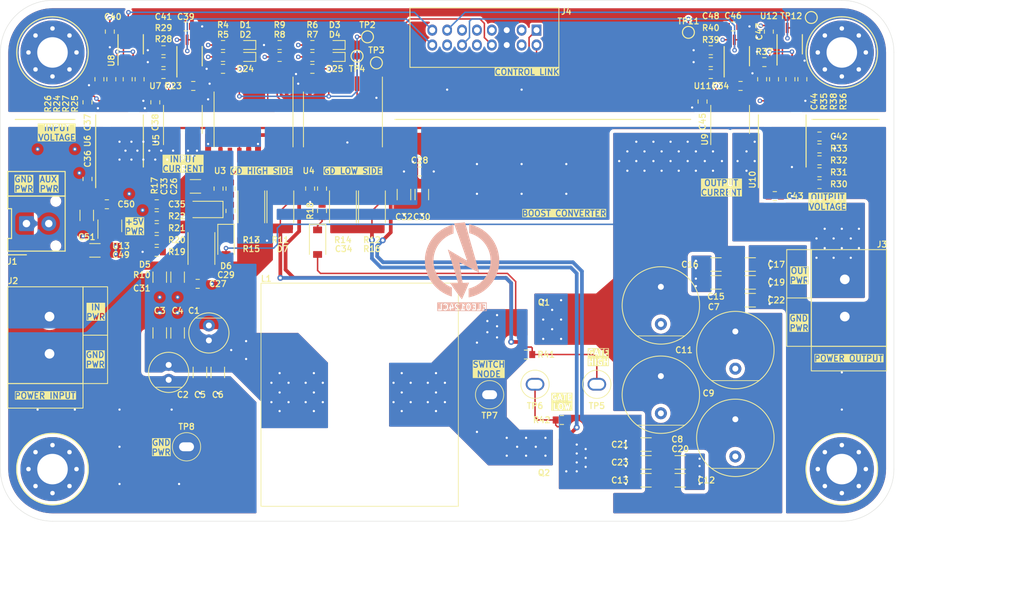
<source format=kicad_pcb>
(kicad_pcb (version 20240108) (generator "pcbnew") (generator_version "8.0")
  (title_block (title "ELE0124CL Power Buck") (date "2024-08-06") (rev "1.0") (company "ELE0124CL"))
  (layers (0 "F.Cu" power) (1 "In1.Cu" power) (2 "In2.Cu" power) (31 "B.Cu" power) (34 "B.Paste" user) (35 "F.Paste" user) (36 "B.SilkS" user "B.Silkscreen") (37 "F.SilkS" user "F.Silkscreen") (38 "B.Mask" user) (39 "F.Mask" user) (44 "Edge.Cuts" user))
  (net 0 "")
  (net 1 "GND_PWR")
  (net 2 "/INDUCTOR")
  (net 3 "+VOUT")
  (net 4 "GND")
  (net 5 "+5V")
  (net 7 "/Gate Drivers/VBOOT")
  (net 8 "/Gate Drivers/SWITCHING_NODE")
  (net 9 "+12V")
  (net 10 "/Gate Drivers/DESAT_H")
  (net 11 "/Gate Drivers/DESAT_L")
  (net 12 "Net-(U6-VIN)")
  (net 13 "+3V3")
  (net 14 "Net-(U7B-IN2+)")
  (net 15 "Net-(U10-VIN)")
  (net 16 "Net-(U11B-IN2+)")
  (net 17 "Net-(D1-A)")
  (net 18 "/Gate Drivers/READY_H")
  (net 19 "Net-(D2-A)")
  (net 20 "/Gate Drivers/FAULT_H")
  (net 21 "/Gate Drivers/READY_L")
  (net 22 "Net-(D3-A)")
  (net 23 "Net-(D4-A)")
  (net 24 "/Gate Drivers/FAULT_L")
  (net 25 "Net-(D5-A)")
  (net 26 "Net-(D6-A)")
  (net 27 "Net-(D7-A)")
  (net 28 "+24V_IN")
  (net 29 "+VOUT_OUT")
  (net 30 "/ADC_3")
  (net 31 "/PWM_H1")
  (net 32 "/PWM_L1")
  (net 33 "/ADC_2")
  (net 34 "/ADC_0")
  (net 35 "/RESET")
  (net 36 "/ADC_6")
  (net 37 "/Gate Drivers/G_SENSE_H")
  (net 38 "/Gate Drivers/G_SENSE_L")
  (net 39 "Net-(U3-VOUT_ON)")
  (net 40 "Net-(U4-VOUT_ON)")
  (net 41 "Net-(U3-VOUT_OFF)")
  (net 42 "Net-(U4-VOUT_OFF)")
  (net 43 "Net-(R19-Pad2)")
  (net 44 "Net-(R20-Pad2)")
  (net 45 "Net-(U5-VOUT)")
  (net 46 "Net-(U6-VOUT+)")
  (net 47 "Net-(U8A-IN1+)")
  (net 48 "Net-(U8A-IN1-)")
  (net 49 "Net-(U6-VOUT-)")
  (net 50 "Net-(U8A-OUT1)")
  (net 51 "Net-(U7A-IN1-)")
  (net 52 "Net-(R30-Pad2)")
  (net 53 "Net-(R31-Pad2)")
  (net 54 "Net-(U11A-IN1+)")
  (net 55 "Net-(U12A-IN1+)")
  (net 56 "Net-(U10-VOUT+)")
  (net 57 "Net-(U12A-IN1-)")
  (net 58 "Net-(U10-VOUT-)")
  (net 59 "Net-(U12A-OUT1)")
  (net 60 "Net-(U11A-IN1-)")
  (net 65 "+5V_PWR")
  (net 66 "Net-(U13-BYP)")
  (footprint "ELE0124CL_library:C_0603_1608Metric" (layer "F.Cu") (at 100.9 85.3 90)
    (property "Reference" "C33")
    (property "Value" "0,1 uF" (hide yes))
  )
  (footprint "ELE0124CL_library:R_0603_1608Metric" (layer "F.Cu") (at 180 81.5 180)
    (property "Reference" "R32")
    (property "Value" "10 kOhm" (hide yes))
  )
  (footprint "ELE0124CL_library:TP_D1.0mm" (layer "F.Cu") (at 178.9 62.3)
    (property "Reference" "TP12")
    (property "Value" "~" (hide yes))
  )
  (footprint "ELE0124CL_library:C_0603_1608Metric" (layer "F.Cu") (at 165.4 66.7 180)
    (property "Reference" "C48")
    (property "Value" "10 nF" (hide yes))
  )
  (footprint "ELE0124CL_library:C_0603_1608Metric" (layer "F.Cu") (at 84.7 64.2 -90)
    (property "Reference" "C40")
    (property "Value" "0,1 uF" (hide yes))
  )
  (footprint "ELE0124CL_library:R_0603_1608Metric" (layer "F.Cu") (at 84.9 70.6 90)
    (property "Reference" "R24")
    (property "Value" "10 kOhm" (hide yes))
  )
  (footprint "ELE0124CL_library:C_D5.0mm_H11.0mm_P2.00mm" (layer "F.Cu") (at 92.6 109 -90)
    (property "Reference" "C2")
    (property "Value" "10 uF" (hide yes))
  )
  (footprint "ELE0124CL_library:MOUNTING_HOLE_M4_4.1mm" (layer "F.Cu") (at 183 123)
    (property "Reference" "REF**" (hide yes))
    (property "Value" "MOUNTING_HOLE_M4_4.1mm" (hide yes))
  )
  (footprint "ELE0124CL_library:D_0603_1608Metric" (layer "F.Cu") (at 114.9 66 180)
    (property "Reference" "D3")
    (property "Value" "LED RED" (hide yes))
  )
  (footprint "ELE0124CL_library:C_0603_1608Metric" (layer "F.Cu") (at 81.7 73.7 -90)
    (property "Reference" "C37")
    (property "Value" "0,1 uF" (hide yes))
  )
  (footprint "ELE0124CL_library:PG-TDSON-8-3" (layer "F.Cu") (at 143 104 -90)
    (property "Reference" "Q1")
    (property "Value" "ISC022N10NM6" (hide yes))
  )
  (footprint "ELE0124CL_library:R_0603_1608Metric" (layer "F.Cu") (at 87.1 70.6 -90)
    (property "Reference" "R27")
    (property "Value" "10 kOhm" (hide yes))
  )
  (footprint "ELE0124CL_library:R_2512_6332Metric" (layer "F.Cu") (at 97 93.4 90)
    (property "Reference" "R10")
    (property "Value" "4,7 Ohm" (hide yes))
  )
  (footprint "ELE0124CL_library:R_0603_1608Metric" (layer "F.Cu") (at 91.905 68.3 180)
    (property "Reference" "R29")
    (property "Value" "2.67 kOhm" (hide yes))
  )
  (footprint "ELE0124CL_library:C_1206_3216Metric" (layer "F.Cu") (at 161.3 122.1)
    (property "Reference" "C20")
    (property "Value" "4,7 uF" (hide yes))
  )
  (footprint "ELE0124CL_library:L_74437529203331" (layer "F.Cu") (at 118 113 90)
    (property "Reference" "L1")
    (property "Value" "330 uH" (hide yes))
  )
  (footprint "ELE0124CL_library:C_0603_1608Metric" (layer "F.Cu") (at 113.2 85.3 90)
    (property "Reference" "C34")
    (property "Value" "0,1 uF" (hide yes))
  )
  (footprint "ELE0124CL_library:SOIC-16W_9.60mm_P1.27mm" (layer "F.Cu") (at 116 76 -90)
    (property "Reference" "U4")
    (property "Value" "ADUM4146BRWZ" (hide yes))
  )
  (footprint "ELE0124CL_library:VSSOP-8_4.40mm_P0.65mm" (layer "F.Cu") (at 95.405 67.5 90)
    (property "Reference" "U7")
    (property "Value" "OPA2992QDGKRQ1" (hide yes))
  )
  (footprint "ELE0124CL_library:C_1206_3216Metric" (layer "F.Cu") (at 96.8 110 -90)
    (property "Reference" "C5")
    (property "Value" "4,7 uF" (hide yes))
  )
  (footprint "ELE0124CL_library:R_0603_1608Metric" (layer "F.Cu") (at 169.4 71.5)
    (property "Reference" "R34")
    (property "Value" "10 kOhm" (hide yes))
  )
  (footprint "ELE0124CL_library:C_0603_1608Metric" (layer "F.Cu") (at 90.805 73.7 -90)
    (property "Reference" "C38")
    (property "Value" "0,1 uF" (hide yes))
  )
  (footprint "ELE0124CL_library:R_0603_1608Metric" (layer "F.Cu") (at 165.4 69.9 180)
    (property "Reference" "R39")
    (property "Value" "1.37 kOhm" (hide yes))
  )
  (footprint "ELE0124CL_library:R_0603_1608Metric" (layer "F.Cu") (at 83.3 70.6 -90)
    (property "Reference" "R26")
    (property "Value" "10 kOhm" (hide yes))
  )
  (footprint "ELE0124CL_library:C_0603_1608Metric" (layer "F.Cu") (at 94.905 63.5)
    (property "Reference" "C39")
    (property "Value" "0,1 uF" (hide yes))
  )
  (footprint "ELE0124CL_library:C_1206_3216Metric" (layer "F.Cu") (at 81.6 88.9 -90)
    (property "Reference" "C51")
    (property "Value" "4,7 uF" (hide yes))
  )
  (footprint "ELE0124CL_library:CONN_TERMINAL_BLOCK_1x02_P5.08mm_Vertical" (layer "F.Cu") (at 183.4 97.5 -90)
    (property "Reference" "J3")
    (property "Value" "MSTBVA 2,5/ 2-G-5,08" (hide yes))
  )
  (footprint "ELE0124CL_library:R_0603_1608Metric" (layer "F.Cu") (at 91 90.6)
    (property "Reference" "R21")
    (property "Value" "10 kOhm" (hide yes))
  )
  (footprint "ELE0124CL_library:C_1206_3216Metric" (layer "F.Cu") (at 166.1 97.9 180)
    (property "Reference" "C15")
    (property "Value" "4,7 uF" (hide yes))
  )
  (footprint "ELE0124CL_library:C_1206_3216Metric" (layer "F.Cu") (at 161.3 124.5)
    (property "Reference" "C12")
    (property "Value" "4,7 uF" (hide yes))
  )
  (footprint "ELE0124CL_library:TP_THT" (layer "F.Cu") (at 141.8 111.6)
    (property "Reference" "TP6")
    (property "Value" "~" (hide yes))
  )
  (footprint "ELE0124CL_library:CONN_SOCKET_1x02_P3.00mm_Vertical" (layer "F.Cu") (at 73.5 90 90)
    (property "Reference" "J1")
    (property "Value" "43045-0212" (hide yes))
  )
  (footprint "ELE0124CL_library:C_1206_3216Metric" (layer "F.Cu") (at 91.4 104.7 90)
    (property "Reference" "C3")
    (property "Value" "4,7 uF" (hide yes))
  )
  (footprint "ELE0124CL_library:C_0603_1608Metric" (layer "F.Cu") (at 180 78.3)
    (property "Reference" "C42")
    (property "Value" "10 nF" (hide yes))
  )
  (footprint "ELE0124CL_library:R_2512_6332Metric" (layer "F.Cu") (at 103.7 87.7 -90)
    (property "Reference" "R13")
    (property "Value" "2,2 Ohm" (hide yes))
  )
  (footprint "ELE0124CL_library:TP_THT" (layer "F.Cu") (at 150.1 111.6)
    (property "Reference" "TP5")
    (property "Value" "~" (hide yes))
  )
  (footprint "ELE0124CL_library:R_2512_6332Metric" (layer "F.Cu") (at 116 87.7 -90)
    (property "Reference" "R14")
    (property "Value" "2,2 Ohm" (hide yes))
  )
  (footprint "ELE0124CL_library:C_0603_1608Metric" (layer "F.Cu") (at 168.4 63.5)
    (property "Reference" "C46")
    (property "Value" "0,1 uF" (hide yes))
  )
  (footprint "ELE0124CL_library:C_1206_3216Metric" (layer "F.Cu") (at 170.7 95.5)
    (property "Reference" "C17")
    (property "Value" "4,7 uF" (hide yes))
  )
  (footprint "ELE0124CL_library:C_D5.0mm_H11.0mm_P2.00mm" (layer "F.Cu") (at 98 105.7 90)
    (property "Reference" "C1")
    (property "Value" "10 uF" (hide yes))
  )
  (footprint "ELE0124CL_library:C_0603_1608Metric" (layer "F.Cu") (at 172.3 70.6 90)
    (property "Reference" "C44")
    (property "Value" "0,1 uF" (hide yes))
  )
  (footprint "ELE0124CL_library:R_0603_1608Metric" (layer "F.Cu") (at 145.4 116.4)
    (property "Reference" "R42")
    (property "Value" "10 kOhm" (hide yes))
  )
  (footprint "ELE0124CL_library:C_0603_1608Metric" (layer "F.Cu") (at 91.905 66.7 180)
    (property "Reference" "C41")
    (property "Value" "10 nF" (hide yes))
  )
  (footprint "ELE0124CL_library:C_1206_3216Metric" (layer "F.Cu") (at 93.8 97.2 -90)
    (property "Reference" "C29")
    (property "Value" "1 uF" (hide yes))
  )
  (footprint "ELE0124CL_library:SOIC-8_5.40mm_P1.27mm" (layer "F.Cu") (at 168 76 90)
    (property "Reference" "U9")
    (property "Value" "TMCS1100A4QDRQ1" (hide yes))
  )
  (footprint "ELE0124CL_library:MOUNTING_HOLE_M4_4.1mm" (layer "F.Cu") (at 77 67)
    (property "Reference" "REF**" (hide yes))
    (property "Value" "MOUNTING_HOLE_M4_4.1mm" (hide yes))
  )
  (footprint "ELE0124CL_library:TP_THT" (layer "F.Cu") (at 135.7 113)
    (property "Reference" "TP7")
    (property "Value" "~" (hide yes))
  )
  (footprint "ELE0124CL_library:TP_THT" (layer "F.Cu") (at 95 120)
    (property "Reference" "TP8")
    (property "Value" "~" (hide yes))
  )
  (footprint "ELE0124CL_library:C_D10.0mm_H16.0mm_P5.00mm" (layer "F.Cu") (at 168.7 116.3 -90)
    (property "Reference" "C8")
    (property "Value" "220 uF" (hide yes))
  )
  (footprint "ELE0124CL_library:R_0603_1608Metric" (layer "F.Cu") (at 91 92.2 180)
    (property "Reference" "R20")
    (property "Value" "10 kOhm" (hide yes))
  )
  (footprint "ELE0124CL_library:R_0603_1608Metric" (layer "F.Cu") (at 140.6 107.6 180)
    (property "Reference" "R41")
    (property "Value" "10 kOhm" (hide yes))
  )
  (footprint "ELE0124CL_library:CONN_SOCKET_2x08_P2.00mm_Vertical" (layer "F.Cu") (at 142 64 -90)
    (property "Reference" "J4")
    (property "Value" "878311620" (hide yes))
  )
  (footprint "ELE0124CL_library:R_0603_1608Metric" (layer "F.Cu") (at 180 79.9)
    (property "Reference" "R33")
    (property "Value" "1 kOhm" (hide yes))
  )
  (footprint "ELE0124CL_library:D_0603_1608Metric" (layer "F.Cu") (at 102.9 67.6 180)
    (property "Reference" "D2")
    (property "Value" "LED RED" (hide yes))
  )
  (footprint "ELE0124CL_library:C_1206_3216Metric" (layer "F.Cu") (at 156.7 119.7 180)
    (property "Reference" "C21")
    (property "Value" "4,7 uF" (hide yes))
  )
  (footprint "ELE0124CL_library:R_0603_1608Metric" (layer "F.Cu") (at 113.2 88.3 90)
    (property "Reference" "R16")
    (property "Value" "1 kOhm" (hide yes))
  )
  (footprint "ELE0124CL_library:R_0603_1608Metric" (layer "F.Cu") (at 177.7 70.6 90)
    (property "Reference" "R36")
    (property "Value" "10 kOhm" (hide yes))
  )
  (footprint "ELE0124CL_library:C_0603_1608Metric" (layer "F.Cu") (at 96.5 98.1)
    (property "Reference" "C27")
    (property "Value" "0,1 uF" (hide yes))
  )
  (footprint "ELE0124CL_library:TP_D1.0mm" (layer "F.Cu") (at 162.4 64.3)
    (property "Reference" "TP11")
    (property "Value" "~" (hide yes))
  )
  (footprint "ELE0124CL_library:C_D10.0mm_H16.0mm_P5.00mm" (layer "F.Cu") (at 158.7 110.5 -90)
    (property "Reference" "C11")
    (property "Value" "220 uF" (hide yes))
  )
  (footprint "ELE0124CL_library:C_D10.0mm_H16.0mm_P5.00mm" (layer "F.Cu") (at 158.7 98.5 -90)
    (property "Reference" "C7")
    (property "Value" "220 uF" (hide yes))
  )
  (footprint "ELE0124CL_library:TSOT-23-5" (layer "F.Cu") (at 84.7 90.3 90)
    (property "Reference" "U13")
    (property "Value" "LT1761ES5-5#TRPBF" (hide yes))
  )
  (footprint "ELE0124CL_library:R_0603_1608Metric" (layer "F.Cu") (at 176.1 70.6 -90)
    (property "Reference" "R38")
    (property "Value" "10 kOhm" (hide yes))
  )
  (footprint "ELE0124CL_library:C_1206_3216Metric" (layer "F.Cu") (at 166.1 95.5 180)
    (property "Reference" "C16")
    (property "Value" "4,7 uF" (hide yes))
  )
  (footprint "ELE0124CL_library:C_0603_1608Metric" (layer "F.Cu") (at 99.9 69.2 180)
    (property "Reference" "C24")
    (property "Value" "0,1 uF" (hide yes))
  )
  (footprint "ELE0124CL_library:R_0603_1608Metric" (layer "F.Cu") (at 88.7 70.6 90)
    (property "Reference" "R25")
    (property "Value" "10 kOhm" (hide yes))
  )
  (footprint "ELE0124CL_library:C_0603_1608Metric" (layer "F.Cu") (at 173.2 64.2 -90)
    (property "Reference" "C47")
    (property "Value" "0,1 uF" (hide yes))
  )
  (footprint "ELE0124CL_library:C_1206_3216Metric" (layer "F.Cu") (at 96.2 85)
    (property "Reference" "C26")
    (property "Value" "0,1 uF" (hide yes))
  )
  (footprint "ELE0124CL_library:R_0603_1608Metric" (layer "F.Cu") (at 172.6 68.3 180)
    (property "Reference" "R37")
    (property "Value" "10 kOhm" (hide yes))
  )
  (footprint "ELE0124CL_library:D_0603_1608Metric" (layer "F.Cu") (at 102.9 66 180)
    (property "Reference" "D1")
    (property "Value" "LED RED" (hide yes))
  )
  (footprint "ELE0124CL_library:CONN_TERMINAL_BLOCK_1x02_P5.08mm_Vertical" (layer "F.Cu") (at 76.6 107.5 90)
    (property "Reference" "J2")
    (property "Value" "MSTBVA 2,5/ 2-G-5,08" (hide yes))
  )
  (footprint "ELE0124CL_library:C_1206_3216Metric" (layer "F.Cu") (at 156.7 124.5 180)
    (property "Reference" "C13")
    (property "Value" "4,7 uF" (hide yes))
  )
  (footprint "ELE0124CL_library:C_0603_1608Metric" (layer "F.Cu") (at 111.9 69.2 180)
    (property "Reference" "C25")
    (property "Value" "0,1 uF" (hide yes))
  )
  (footprint "ELE0124CL_library:C_1206_3216Metric" (layer "F.Cu") (at 91.4 97.2 -90)
    (property "Reference" "C31")
    (property "Value" "4,7 uF" (hide yes))
  )
  (footprint "ELE0124CL_library:R_0603_1608Metric" (layer "F.Cu") (at 165.4 68.3 180)
    (property "Reference" "R40")
    (property "Value" "2.67 kOhm" (hide yes))
  )
  (footprint "ELE0124CL_library:TP_D1.0mm" (layer "F.Cu") (at 119.3 64.9)
    (property "Reference" "TP2")
    (property "Value" "~" (hide yes))
  )
  (footprint "ELE0124CL_library:R_0603_1608Metric" (layer "F.Cu") (at 91.905 69.9 180)
    (property "Reference" "R28")
    (property "Value" "1.37 kOhm" (hide yes))
  )
  (footprint "ELE0124CL_library:R_0603_1608Metric" (layer "F.Cu") (at 107.5 67.6)
    (property "Reference" "R8")
    (property "Value" "10 kOhm" (hide yes))
  )
  (footprint "ELE0124CL_library:R_0603_1608Metric" (layer "F.Cu") (at 111.6 85.3 90)
    (property "Reference" "R18")
    (property "Value" "10 kOhm" (hide yes))
  )
  (footprint "ELE0124CL_library:C_1206_3216Metric" (layer "F.Cu") (at 170.7 97.9)
    (property "Reference" "C19")
    (property "Value" "4,7 uF" (hide yes))
  )
  (footprint "ELE0124CL_library:R_0603_1608Metric" (layer "F.Cu") (at 95.905 71.5)
    (property "Reference" "R23")
    (property "Value" "10 kOhm" (hide yes))
  )
  (footprint "ELE0124CL_library:R_0603_1608Metric" (layer "F.Cu") (at 173.9 70.6 90)
    (property "Reference" "R35")
    (property "Value" "10 kOhm" (hide yes))
  )
  (footprint "ELE0124CL_library:R_0603_1608Metric" (layer "F.Cu") (at 91 89 180)
    (property "Reference" "R22")
    (property "Value" "1 kOhm" (hide yes))
  )
  (footprint "ELE0124CL_library:MOUNTING_HOLE_M4_4.1mm" (layer "F.Cu") (at 77 123)
    (property "Reference" "REF**" (hide yes))
    (property "Value" "MOUNTING_HOLE_M4_4.1mm" (hide yes))
  )
  (footprint "ELE0124CL_library:D_SOD-123" (layer "F.Cu") (at 97.5 88.1 180)
    (property "Reference" "D5")
    (property "Value" "BAT43W-HE3-08" (hide yes))
  )
  (footprint "ELE0124CL_library:C_1206_3216Metric" (layer "F.Cu") (at 156.7 122.1 180)
    (property "Reference" "C23")
    (property "Value" "4,7 uF" (hide yes))
  )
  (footprint "ELE0124CL_library:D_SOD-123" (layer "F.Cu") (at 100.3 92.5 -90)
    (property "Reference" "D6")
    (property "Value" "BAT43W-HE3-08" (hide yes))
  )
  (footprint "ELE0124CL_library:C_1206_3216Metric" (layer "F.Cu") (at 82.7 93.6)
    (property "Reference" "C49")
    (property "Value" "1 uF" (hide yes))
  )
  (footprint "ELE0124CL_library:R_2512_6332Metric" (layer "F.Cu") (at 107.6 87.7 -90)
    (property "Reference" "R11")
    (property "Value" "4,7 Ohm" (hide yes))
  )
  (footprint "ELE0124CL_library:SSO-8_10.80mm_P1.27mm" (layer "F.Cu") (at 175 78.9 90)
    (property "Reference" "U10")
    (property "Value" "AMC1211AQDWVQ1" (hide yes))
  )
  (footprint "ELE0124CL_library:C_1206_3216Metric" (layer "F.Cu") (at 124.2 86.1 -90)
    (property "Reference" "C32")
    (property "Value" "4,7 uF" (hide yes))
  )
  (footprint "ELE0124CL_library:C_0603_1608Metric" (layer "F.Cu") (at 174 86.3)
    (property "Reference" "C43")
    (property "Value" "0,1 uF" (hide yes))
  )
  (footprint "ELE0124CL_library:C_0603_1608Metric" (layer "F.Cu") (at 81.7 84 90)
    (property "Reference" "C36")
    (property "Value" "0,1 uF" (hide yes))
  )
  (footprint "ELE0124CL_library:C_1206_3216Metric" (layer "F.Cu") (at 93.8 104.7 90)
    (property "Reference" "C4")
    (property "Value" "4,7 uF" (hide yes))
  )
  (footprint "ELE0124CL_library:R_2512_6332Metric" (layer "F.Cu") (at 119.9 87.7 -90)
    (property "Reference" "R12")
    (property "Value" "4,7 Ohm" (hide yes))
  )
  (footprint "ELE0124CL_library:R_0603_1608Metric" (layer "F.Cu") (at 180 84.7 180)
    (property "Reference" "R30")
    (property "Value" "10 kOhm" (hide yes))
  )
  (footprint "ELE0124CL_library:SOIC-8_5.40mm_P1.27mm" (layer "F.Cu") (at 94.505 76 90)
    (property "Reference" "U5")
    (property "Value" "TMCS1100A4QDRQ1" (hide yes))
  )
  (footprint "ELE0124CL_library:D_SOD-123" (layer "F.Cu") (at 112.6 92.5 -90)
    (property "Reference" "D7")
    (property "Value" "BAT43W-HE3-08" (hide yes))
  )
  (footprint "ELE0124CL_library:VSSOP-8_4.40mm_P0.65mm" (layer "F.Cu") (at 87.5 65.9 90)
    (property "Reference" "U8")
    (property "Value" "OPA2992QDGKRQ1" (hide yes))
  )
  (footprint "ELE0124CL_library:R_0603_1608Metric" (layer "F.Cu") (at 100.9 88.3 90)
    (property "Reference" "R15")
    (property "Value" "1 kOhm" (hide yes))
  )
  (footprint "ELE0124CL_library:R_0603_1608Metric" (layer "F.Cu") (at 111.9 66)
    (property "Reference" "R6")
    (property "Value" "1 kOhm" (hide yes))
  )
  (footprint "ELE0124CL_library:C_0603_1608Metric" (layer "F.Cu") (at 91 87.4 180)
    (property "Reference" "C35")
    (property "Value" "10 nF" (hide yes))
  )
  (footprint "ELE0124CL_library:R_0603_1608Metric" (layer "F.Cu") (at 99.9 66)
    (property "Reference" "R4")
    (property "Value" "1 kOhm" (hide yes))
  )
  (footprint "ELE0124CL_library:C_1206_3216Metric" (layer "F.Cu") (at 170.7 100.3)
    (property "Reference" "C22")
    (property "Value" "4,7 uF" (hide yes))
  )
  (footprint "ELE0124CL_library:VSSOP-8_4.40mm_P0.65mm" (layer "F.Cu") (at 176 65.9 90)
    (property "Reference" "U12")
    (property "Value" "OPA2992QDGKRQ1" (hide yes))
  )
  (footprint "ELE0124CL_library:D_0603_1608Metric" (layer "F.Cu") (at 114.9 67.6 180)
    (property "Reference" "D4")
    (property "Value" "LED RED" (hide yes))
  )
  (footprint "ELE0124CL_library:C_0603_1608Metric" (layer "F.Cu") (at 84.3 87.4)
    (property "Reference" "C50")
    (property "Value" "10 nF" (hide yes))
  )
  (footprint "ELE0124CL_library:R_0603_1608Metric" (layer "F.Cu") (at 91 93.8)
    (property "Reference" "R19")
    (property "Value" "10 kOhm" (hide yes))
  )
  (footprint "ELE0124CL_library:TP_D1.0mm" (layer "F.Cu") (at 120.5 68.4)
    (property "Reference" "TP3")
    (property "Value" "~" (hide yes))
  )
  (footprint "ELE0124CL_library:R_0603_1608Metric" (layer "F.Cu") (at 180 83.1)
    (property "Reference" "R31")
    (property "Value" "10 kOhm" (hide yes))
  )
  (footprint "ELE0124CL_library:C_1206_3216Metric" (layer "F.Cu") (at 99.2 110 -90)
    (property "Reference" "C6")
    (property "Value" "4,7 uF" (hide yes))
  )
  (footprint "ELE0124CL_library:R_0603_1608Metric" (layer "F.Cu") (at 99.3 85.3 90)
    (property "Reference" "R17")
    (property "Value" "10 kOhm" (hide yes))
  )
  (footprint "ELE0124CL_library:SOIC-16W_9.60mm_P1.27mm" (layer "F.Cu") (at 104 76 -90)
    (property "Reference" "U3")
    (property "Value" "ADUM4146BRWZ" (hide yes))
  )
  (footprint "ELE0124CL_library:C_1206_3216Metric" (layer "F.Cu") (at 126.6 86.1 -90)
    (property "Reference" "C30")
    (property "Value" "1 uF" (hide yes))
  )
  (footprint "ELE0124CL_library:C_0603_1608Metric" (layer "F.Cu") (at 126.3 83)
    (property "Reference" "C28")
    (property "Value" "0,1 uF" (hide yes))
  )
  (footprint "ELE0124CL_library:MOUNTING_HOLE_M4_4.1mm" (layer "F.Cu") (at 183 67)
    (property "Reference" "REF**" (hide yes))
    (property "Value" "MOUNTING_HOLE_M4_4.1mm" (hide yes))
  )
  (footprint "ELE0124CL_library:TP_D1.0mm" (layer "F.Cu") (at 117.9 67.5)
    (property "Reference" "TP4")
    (property "Value" "~" (hide yes))
  )
  (footprint "ELE0124CL_library:C_D10.0mm_H16.0mm_P5.00mm" (layer "F.Cu") (at 168.7 104.5 -90)
    (property "Reference" "C9")
    (property "Value" "220 uF" (hide yes))
  )
  (footprint "ELE0124CL_library:PG-TDSON-8-3" (layer "F.Cu") (at 143 120 90)
    (property "Reference" "Q2")
    (property "Value" "ISC022N10NM6" (hide yes))
  )
  (footprint "ELE0124CL_library:VSSOP-8_4.40mm_P0.65mm" (layer "F.Cu") (at 168.9 67.5 90)
    (property "Reference" "U11")
    (property "Value" "OPA2992QDGKRQ1" (hide yes))
  )
  (footprint "ELE0124CL_library:R_0603_1608Metric" (layer "F.Cu") (at 107.5 66)
    (property "Reference" "R9")
    (property "Value" "10 kOhm" (hide yes))
  )
  (footprint "ELE0124CL_library:R_0603_1608Metric" (layer "F.Cu") (at 99.9 67.6)
    (property "Reference" "R5")
    (property "Value" "1 kOhm" (hide yes))
  )
  (footprint "ELE0124CL_library:SSO-8_10.80mm_P1.27mm" (layer "F.Cu") (at 86 78.9 90)
    (property "Reference" "U6")
    (property "Value" "AMC1211AQDWVQ1" (hide yes))
  )
  (footprint "ELE0124CL_library:C_0603_1608Metric" (layer "F.Cu") (at 164.3 73.6 -90)
    (property "Reference" "C45")
    (property "Value" "0,1 uF" (hide yes))
  )
  (footprint "ELE0124CL_library:R_0603_1608Metric" (layer "F.Cu") (at 111.9 67.6)
    (property "Reference" "R7")
    (property "Value" "1 kOhm" (hide yes))
  )
  (footprint "ELE0124CL_library:LOGO" (layer "B.Cu") (at 132 95 180)
    (property "Reference" "G***" (hide yes))
    (property "Value" "LOGO" (hide yes))
  )
  (gr_line (start 179 76) (end 188 76) (stroke (width 0.15)) (layer "F.SilkS"))
  (gr_rect (start 175.6 93.5) (end 178.9 106.5) (stroke (width 0.12)) (fill none) (layer "F.SilkS"))
  (gr_rect (start 178.9 106.5) (end 189 109.8) (stroke (width 0.12)) (fill none) (layer "F.SilkS"))
  (gr_line (start 72 76) (end 80 76) (stroke (width 0.15)) (layer "F.SilkS"))
  (gr_line (start 81.1 105) (end 84.4 105) (stroke (width 0.12)) (layer "F.SilkS"))
  (gr_rect (start 71 111.5) (end 81.1 114.8) (stroke (width 0.12)) (fill none) (layer "F.SilkS"))
  (gr_rect (start 71 83) (end 78.7 86.3) (stroke (width 0.15)) (fill none) (layer "F.SilkS"))
  (gr_line (start 123 76) (end 162.7 76) (stroke (width 0.15)) (layer "F.SilkS"))
  (gr_line (start 175.6 100) (end 178.9 100) (stroke (width 0.12)) (layer "F.SilkS"))
  (gr_rect (start 81.1 98.5) (end 84.4 111.5) (stroke (width 0.12)) (fill none) (layer "F.SilkS"))
  (gr_arc (start 77 130) (mid 72.050253 127.949747) (end 70 123) (stroke (width 0.05)) (layer "Edge.Cuts"))
  (gr_line (start 70 67) (end 70 123) (stroke (width 0.05)) (layer "Edge.Cuts"))
  (gr_line (start 77 130) (end 183 130) (stroke (width 0.05)) (layer "Edge.Cuts"))
  (gr_line (start 183 60) (end 77 60) (stroke (width 0.05)) (layer "Edge.Cuts"))
  (gr_arc (start 183 60) (mid 187.949747 62.050253) (end 190 67) (stroke (width 0.05)) (layer "Edge.Cuts"))
  (gr_arc (start 190 123) (mid 187.949747 127.949747) (end 183 130) (stroke (width 0.05)) (layer "Edge.Cuts"))
  (gr_arc (start 70 67) (mid 72.050253 62.050253) (end 77 60) (stroke (width 0.05)) (layer "Edge.Cuts"))
  (gr_line (start 190 123) (end 190 67) (stroke (width 0.05)) (layer "Edge.Cuts"))
  (gr_text "ELE0124CL" (at 135.440239 101.7 0) (layer "B.SilkS" knockout) (effects (font (size 0.8 0.8)) (justify left bottom mirror)))
  (gr_text "BOOST CONVERTER" (at 145.7 89.1 0) (layer "F.SilkS" knockout) (effects (font (size 0.8 0.8)) (justify bottom)))
  (gr_text "GATE\nLOW" (at 145.4 115.1 0) (layer "F.SilkS" knockout) (effects (font (size 0.8 0.8)) (justify bottom)))
  (gr_text "INPUT\nCURRENT" (at 94.5 83.1 0) (layer "F.SilkS" knockout) (effects (font (size 0.8 0.8)) (justify bottom)))
  (gr_text "GND\nPWR" (at 71.8 85.8 0) (layer "F.SilkS" knockout) (effects (font (size 0.8 0.8)) (justify left bottom)))
  (gr_text "GND\nPWR" (at 175.9 104.5 0) (layer "F.SilkS" knockout) (effects (font (size 0.8 0.8)) (justify left bottom)))
  (gr_text "OUTPUT\nCURRENT" (at 166.8 86.3 0) (layer "F.SilkS" knockout) (effects (font (size 0.8 0.8)) (justify bottom)))
  (gr_text "GD LOW SIDE" (at 113.3 83.4 0) (layer "F.SilkS" knockout) (effects (font (size 0.8 0.8)) (justify left bottom)))
  (gr_text "POWER OUTPUT" (at 179.2 108.6 0) (layer "F.SilkS" knockout) (effects (font (size 0.8 0.8)) (justify left bottom)))
  (gr_text "POWER INPUT" (at 71.82881 113.6 0) (layer "F.SilkS" knockout) (effects (font (size 0.8 0.8)) (justify left bottom)))
  (gr_text "IN\nPWR" (at 82.8 103 0) (layer "F.SilkS" knockout) (effects (font (size 0.8 0.8)) (justify bottom)))
  (gr_text "CONTROL LINK" (at 136.3 70.1 0) (layer "F.SilkS" knockout) (effects (font (size 0.8 0.8)) (justify left bottom)))
  (gr_text "OUT\nPWR" (at 177.3 98.1 0) (layer "F.SilkS" knockout) (effects (font (size 0.8 0.8)) (justify bottom)))
  (gr_text "+5V\nPWR" (at 88 91.5 0) (layer "F.SilkS" knockout) (effects (font (size 0.8 0.8)) (justify bottom)))
  (gr_text "GND\nPWR" (at 91.6 121.2 0) (layer "F.SilkS" knockout) (effects (font (size 0.8 0.8)) (justify bottom)))
  (gr_text "SWITCH\nNODE" (at 135.6 110.7 0) (layer "F.SilkS" knockout) (effects (font (size 0.8 0.8)) (justify bottom)))
  (gr_text "OUTPUT\nVOLTAGE" (at 181.1 88.2 0) (layer "F.SilkS" knockout) (effects (font (size 0.8 0.8)) (justify bottom)))
  (gr_text "AUX\nPWR" (at 75.2 85.8 0) (layer "F.SilkS" knockout) (effects (font (size 0.8 0.8)) (justify left bottom)))
  (gr_text "GATE\nHIGH" (at 150.3 109.1 0) (layer "F.SilkS" knockout) (effects (font (size 0.8 0.8)) (justify bottom)))
  (gr_text "GND\nPWR" (at 81.4 109.4 0) (layer "F.SilkS" knockout) (effects (font (size 0.8 0.8)) (justify left bottom)))
  (gr_text "INPUT\nVOLTAGE" (at 77.6 78.9 0) (layer "F.SilkS" knockout) (effects (font (size 0.8 0.8)) (justify bottom)))
  (gr_text "GD HIGH SIDE" (at 100.8 83.4 0) (layer "F.SilkS" knockout) (effects (font (size 0.8 0.8)) (justify left bottom)))
  (segment (start 120.45 82.25) (end 120.45 80.8) (width 0.5) (layer "F.Cu") (net 1))
  (segment (start 122.425 91.175) (end 122.425 83.636091) (width 0.5) (layer "F.Cu") (net 1))
  (segment (start 121.35 92.25) (end 122.425 91.175) (width 0.5) (layer "F.Cu") (net 1))
  (segment (start 122.425 83.636091) (end 121.438909 82.65) (width 0.5) (layer "F.Cu") (net 1))
  (segment (start 120.85 82.65) (end 120.45 82.25) (width 0.5) (layer "F.Cu") (net 1))
  (segment (start 114.095 82.805) (end 114.095 80.8) (width 0.2) (layer "F.Cu") (net 1))
  (segment (start 121.438909 82.65) (end 120.85 82.65) (width 0.5) (layer "F.Cu") (net 1))
  (segment (start 113.2 84.475) (end 113.2 83.7) (width 0.2) (layer "F.Cu") (net 1))
  (segment (start 113.2 83.7) (end 114.095 82.805) (width 0.2) (layer "F.Cu") (net 1))
  (via (at 89.1 88.2) (size 0.6) (drill 0.3) (layers "F.Cu" "B.Cu") (net 1))
  (via (at 173.3 99.8) (size 0.6) (drill 0.3) (layers "F.Cu" "B.Cu") (net 1))
  (via (at 134 86) (size 0.6) (drill 0.3) (layers "F.Cu" "B.Cu") (net 1))
  (via (at 147.4 122.1) (size 0.6) (drill 0.3) (layers "F.Cu" "B.Cu") (net 1))
  (via (at 176.3 82.4) (size 0.6) (drill 0.3) (layers "F.Cu" "B.Cu") (net 1))
  (via (at 163.4 98.4) (size 0.6) (drill 0.3) (layers "F.Cu" "B.Cu") (net 1))
  (via (at 147.4 119.7) (size 0.6) (drill 0.3) (layers "F.Cu" "B.Cu") (net 1))
  (via (at 148.6 121.5) (size 0.6) (drill 0.3) (layers "F.Cu" "B.Cu") (net 1))
  (via (at 173.4 95) (size 0.6) (drill 0.3) (layers "F.Cu" "B.Cu") (net 1))
  (via (at 148.6 122.7) (size 0.6) (drill 0.3) (layers "F.Cu" "B.Cu") (net 1))
  (via (at 163.9 124) (size 0.6) (drill 0.3) (layers "F.Cu" "B.Cu") (net 1))
  (via (at 126.6 88.8) (size 0.6) (drill 0.3) (layers "F.Cu" "B.Cu") (net 1))
  (via (at 121.35 92.25) (size 0.8) (drill 0.4) (layers "F.Cu" "B.Cu") (net 1))
  (via (at 163.9 122.6) (size 0.6) (drill 0.3) (layers "F.Cu" "B.Cu") (net 1))
  (via (at 91.4 99.9) (size 0.6) (drill 0.3) (layers "F.Cu" "B.Cu") (net 1))
  (via (at 128.2 83) (size 0.6) (drill 0.3) (layers "F.Cu" "B.Cu") (net 1))
  (via (at 75 80) (size 0.6) (drill 0.3) (layers "F.Cu" "B.Cu") (net 1))
  (via (at 183 115) (size 0.6) (drill 0.3) (layers "F.Cu" "B.Cu") (net 1))
  (via (at 96.8 112.8) (size 0.6) (drill 0.3) (layers "F.Cu" "B.Cu") (net 1))
  (via (at 99.2 112.8) (size 0.6) (drill 0.3) (layers "F.Cu" "B.Cu") (net 1))
  (via (at 80 115) (size 0.6) (drill 0.3) (layers "F.Cu" "B.Cu") (net 1))
  (via (at 154 125) (size 0.6) (drill 0.3) (layers "F.Cu" "B.Cu") (net 1))
  (via (at 134 82) (size 0.6) (drill 0.3) (layers "F.Cu" "B.Cu") (net 1))
  (via (at 146 86) (size 0.6) (drill 0.3) (layers "F.Cu" "B.Cu") (net 1))
  (via (at 85.5 93.1) (size 0.6) (drill 0.3) (layers "F.Cu" "B.Cu") (net 1))
  (via (at 163.9 121.6) (size 0.6) (drill 0.3) (layers "F.Cu" "B.Cu") (net 1))
  (via (at 154 124) (size 0.6) (drill 0.3) (layers "F.Cu" "B.Cu") (net 1))
  (via (at 140 86) (size 0.6) (drill 0.3) (layers "F.Cu" "B.Cu") (net 1))
  (via (at 154 119.2) (size 0.6) (drill 0.3) (layers "F.Cu" "B.Cu") (net 1))
  (via (at 124.2 88.8) (size 0.6) (drill 0.3) (layers "F.Cu" "B.Cu") (net 1))
  (via (at 93 115) (size 0.6) (drill 0.3) (layers "F.Cu" "B.Cu") (net 1))
  (via (at 148.6 120.3) (size 0.6) (drill 0.3) (layers "F.Cu" "B.Cu") (net 1))
  (via (at 173.3 100.8) (size 0.6) (drill 0.3) (layers "F.Cu" "B.Cu") (net 1))
  (via (at 140 82) (size 0.6) (drill 0.3) (layers "F.Cu" "B.Cu") (net 1))
  (via (at 86 125) (size 0.6) (drill 0.3) (layers "F.Cu" "B.Cu") (net 1))
  (via (at 163.9 125) (size 0.6) (drill 0.3) (layers "F.Cu" "B.Cu") (net 1))
  (via (at 86 115) (size 0.6) (drill 0.3) (layers "F.Cu" "B.Cu") (net 1))
  (via (at 94 125) (size 0.6) (drill 0.3) (layers "F.Cu" "B.Cu") (net 1))
  (via (at 173.4 98.4) (size 0.6) (drill 0.3) (layers "F.Cu" "B.Cu") (net 1))
  (via (at 146 123.3) (size 0.6) (drill 0.3) (layers "F.Cu" "B.Cu") (net 1))
  (via (at 146 82) (size 0.6) (drill 0.3) (layers "F.Cu" "B.Cu") (net 1))
  (via (at 98.4 98.1) (size 0.6) (drill 0.3) (layers "F.Cu" "B.Cu") (net 1))
  (via (at 154 120.2) (size 0.6) (drill 0.3) (layers "F.Cu" "B.Cu") (net 1))
  (via (at 163.4 96) (size 0.6) (drill 0.3) (layers "F.Cu" "B.Cu") (net 1))
  (via (at 147.4 120.9) (size 0.6) (drill 0.3) (layers "F.Cu" "B.Cu") (net 1))
  (via (at 173.4 97.4) (size 0.6) (drill 0.3) (layers "F.Cu" "B.Cu") (net 1))
  (via (at 80.6 83.2) (size 0.6) (drill 0.3) (layers "F.Cu" "B.Cu") (net 1))
  (via (at 163.4 95) (size 0.6) (drill 0.3) (layers "F.Cu" "B.Cu") (net 1))
  (via (at 183 110) (size 0.6) (drill 0.3) (layers "F.Cu" "B.Cu") (net 1))
  (via (at 147.4 123.3) (size 0.6) (drill 0.3) (layers "F.Cu" "B.Cu") (net 1))
  (via (at 81.1 91.7) (size 0.6) (drill 0.3) (layers "F.Cu" "B.Cu") (net 1))
  (via (at 176.3 86.3) (size 0.6) (drill 0.3) (layers "F.Cu" "B.Cu") (net 1))
  (via (at 86 120) (size 0.6) (drill 0.3) (layers "F.Cu" "B.Cu") (net 1))
  (via (at 91.4 102) (size 0.6) (drill 0.3) (layers "F.Cu" "B.Cu") (net 1))
  (via (at 80 80) (size 0.6) (drill 0.3) (layers "F.Cu" "B.Cu") (net 1))
  (via (at 173.4 96) (size 0.6) (drill 0.3) (layers "F.Cu" "B.Cu") (net 1))
  (via (at 182.1 79.9) (size 0.6) (drill 0.3) (layers "F.Cu" "B.Cu") (net 1))
  (via (at 93.8 102) (size 0.6) (drill 0.3) (layers "F.Cu" "B.Cu") (net 1))
  (via (at 85.5 94.1) (size 0.6) (drill 0.3) (layers "F.Cu" "B.Cu") (net 1))
  (via (at 163.4 97.4) (size 0.6) (drill 0.3) (layers "F.Cu" "B.Cu") (net 1))
  (via (at 182.1 78.3) (size 0.6) (drill 0.3) (layers "F.Cu" "B.Cu") (net 1))
  (via (at 93.8 99.9) (size 0.6) (drill 0.3) (layers "F.Cu" "B.Cu") (net 1))
  (via (at 87.3 86) (size 0.6) (drill 0.3) (layers "F.Cu" "B.Cu") (net 1))
  (via (at 154 121.6) (size 0.6) (drill 0.3) (layers "F.Cu" "B.Cu") (net 1))
  (via (at 154 122.6) (size 0.6) (drill 0.3) (layers "F.Cu" "B.Cu") (net 1))
  (via (at 75 115) (size 0.6) (drill 0.3) (layers "F.Cu" "B.Cu") (net 1))
  (segment (start 121.4 95.2) (end 146.88995 95.2) (width 0.5) (layer "B.Cu") (net 1))
  (segment (start 148.1 116.3) (end 148.8 117) (width 0.5) (layer "B.Cu") (net 1))
  (segment (start 121.35 92.25) (end 120.6 93) (width 0.5) (layer "B.Cu") (net 1))
  (segment (start 146.88995 95.2) (end 148.1 96.41005) (width 0.5) (layer "B.Cu") (net 1))
  (segment (start 148.8 117) (end 148.8 118.3) (width 0.5) (layer "B.Cu") (net 1))
  (segment (start 148.1 96.41005) (end 148.1 116.3) (width 0.5) (layer "B.Cu") (net 1))
  (segment (start 148.8 118.3) (end 147.4 119.7) (width 0.5) (layer "B.Cu") (net 1))
  (segment (start 120.6 94.4) (end 121.4 95.2) (width 0.5) (layer "B.Cu") (net 1))
  (segment (start 120.6 93) (end 120.6 94.4) (width 0.5) (layer "B.Cu") (net 1))
  (via (at 106.4 114) (size 0.6) (drill 0.3) (layers "F.Cu" "B.Cu") (net 2))
  (via (at 95.2 80.2) (size 0.6) (drill 0.3) (layers "F.Cu" "B.Cu") (net 2))
  (via (at 95.2 81.6) (size 0.6) (drill 0.3) (layers "F.Cu" "B.Cu") (net 2))
  (via (at 95.8 80.9) (size 0.6) (drill 0.3) (layers "F.Cu" "B.Cu") (net 2))
  (via (at 96.4 80.2) (size 0.6) (drill 0.3) (layers "F.Cu" "B.Cu") (net 2))
  (via (at 108.7 114) (size 0.6) (drill 0.3) (layers "F.Cu" "B.Cu") (net 2))
  (via (at 107.5 112.7) (size 0.6) (drill 0.3) (layers "F.Cu" "B.Cu") (net 2))
  (via (at 112.1 112.7) (size 0.6) (drill 0.3) (layers "F.Cu" "B.Cu") (net 2))
  (via (at 103 105.8) (size 0.6) (drill 0.3) (layers "F.Cu" "B.Cu") (net 2))
  (via (at 106.4 111.4) (size 0.6) (drill 0.3) (layers "F.Cu" "B.Cu") (net 2))
  (via (at 113.3 111.4) (size 0.6) (drill 0.3) (layers "F.Cu" "B.Cu") (net 2))
  (via (at 111 114) (size 0.6) (drill 0.3) (layers "F.Cu" "B.Cu") (net 2))
  (via (at 111 111.4) (size 0.6) (drill 0.3) (layers "F.Cu" "B.Cu") (net 2))
  (via (at 113.3 114) (size 0.6) (drill 0.3) (layers "F.Cu" "B.Cu") (net 2))
  (via (at 101 107) (size 0.6) (drill 0.3) (layers "F.Cu" "B.Cu") (net 2))
  (via (at 112.1 115.2) (size 0.6) (drill 0.3) (layers "F.Cu" "B.Cu") (net 2))
  (via (at 112.1 110.1) (size 0.6) (drill 0.3) (layers "F.Cu" "B.Cu") (net 2))
  (via (at 107.5 110.1) (size 0.6) (drill 0.3) (layers "F.Cu" "B.Cu") (net 2))
  (via (at 103 108.2) (size 0.6) (drill 0.3) (layers "F.Cu" "B.Cu") (net 2))
  (via (at 107.5 115.2) (size 0.6) (drill 0.3) (layers "F.Cu" "B.Cu") (net 2))
  (via (at 108.7 111.4) (size 0.6) (drill 0.3) (layers "F.Cu" "B.Cu") (net 2))
  (segment (start 100.3 94.15) (end 100.3 93.3) (width 0.2) (layer "F.Cu") (net 3))
  (via (at 142.9 102.9) (size 0.6) (drill 0.3) (layers "F.Cu" "B.Cu") (net 3))
  (via (at 155.4 79) (size 0.6) (drill 0.3) (layers "F.Cu" "B.Cu") (net 3))
  (via (at 160 81.6) (size 0.6) (drill 0.3) (layers "F.Cu" "B.Cu") (net 3))
  (via (at 156.5 82.9) (size 0.6) (drill 0.3) (layers "F.Cu" "B.Cu") (net 3))
  (via (at 165.7 80.3) (size 0.6) (drill 0.3) (layers "F.Cu" "B.Cu") (net 3))
  (via (at 160 79) (size 0.6) (drill 0.3) (layers "F.Cu" "B.Cu") (net 3))
  (via (at 145.3 105.5) (size 0.6) (drill 0.3) (layers "F.Cu" "B.Cu") (net 3))
  (via (at 100.3 93.3) (size 0.6) (drill 0.3) (layers "F.Cu" "B.Cu") (net 3))
  (via (at 161.1 80.3) (size 0.6) (drill 0.3) (layers "F.Cu" "B.Cu") (net 3))
  (via (at 162.3 79) (size 0.6) (drill 0.3) (layers "F.Cu" "B.Cu") (net 3))
  (via (at 153.1 81.6) (size 0.6) (drill 0.3) (layers "F.Cu" "B.Cu") (net 3))
  (via (at 155.4 81.6) (size 0.6) (drill 0.3) (layers "F.Cu" "B.Cu") (net 3))
  (via (at 163.4 82.9) (size 0.6) (drill 0.3) (layers "F.Cu" "B.Cu") (net 3))
  (via (at 157.7 81.6) (size 0.6) (drill 0.3) (layers "F.Cu" "B.Cu") (net 3))
  (via (at 162.3 81.6) (size 0.6) (drill 0.3) (layers "F.Cu" "B.Cu") (net 3))
  (via (at 156.5 80.3) (size 0.6) (drill 0.3) (layers "F.Cu" "B.Cu") (net 3))
  (via (at 154.2 80.3) (size 0.6) (drill 0.3) (layers "F.Cu" "B.Cu") (net 3))
  (via (at 142.9 105.5) (size 0.6) (drill 0.3) (layers "F.Cu" "B.Cu") (net 3))
  (via (at 158.8 80.3) (size 0.6) (drill 0.3) (layers "F.Cu" "B.Cu") (net 3))
  (via (at 144.1 104.2) (size 0.6) (drill 0.3) (layers "F.Cu" "B.Cu") (net 3))
  (via (at 145.3 102.9) (size 0.6) (drill 0.3) (layers "F.Cu" "B.Cu") (net 3))
  (via (at 144.1 101.6) (size 0.6) (drill 0.3) (layers "F.Cu" "B.Cu") (net 3))
  (via (at 161.1 82.9) (size 0.6) (drill 0.3) (layers "F.Cu" "B.Cu") (net 3))
  (via (at 165.7 82.9) (size 0.6) (drill 0.3) (layers "F.Cu" "B.Cu") (net 3))
  (via (at 164.6 81.6) (size 0.6) (drill 0.3) (layers "F.Cu" "B.Cu") (net 3))
  (via (at 145.3 100.3) (size 0.6) (drill 0.3) (layers "F.Cu" "B.Cu") (net 3))
  (via (at 166.9 81.6) (size 0.6) (drill 0.3) (layers "F.Cu" "B.Cu") (net 3))
  (via (at 163.4 80.3) (size 0.6) (drill 0.3) (layers "F.Cu" "B.Cu") (net 3))
  (via (at 157.7 79) (size 0.6) (drill 0.3) (layers "F.Cu" "B.Cu") (net 3))
  (via (at 154.2 82.9) (size 0.6) (drill 0.3) (layers "F.Cu" "B.Cu") (net 3))
  (via (at 142.9 100.3) (size 0.6) (drill 0.3) (layers "F.Cu" "B.Cu") (net 3))
  (via (at 158.8 82.9) (size 0.6) (drill 0.3) (layers "F.Cu" "B.Cu") (net 3))
  (segment (start 106.7 93.3) (end 100.3 93.3) (width 0.2) (layer "B.Cu") (net 3))
  (segment (start 107.2 90.6) (end 107.2 92.8) (width 0.2) (layer "B.Cu") (net 3))
  (segment (start 154.2 89.4) (end 153.5 90.1) (width 0.2) (layer "B.Cu") (net 3))
  (segment (start 107.7 90.1) (end 107.2 90.6) (width 0.2) (layer "B.Cu") (net 3))
  (segment (start 154.2 82.9) (end 154.2 89.4) (width 0.2) (layer "B.Cu") (net 3))
  (segment (start 107.2 92.8) (end 106.7 93.3) (width 0.2) (layer "B.Cu") (net 3))
  (segment (start 153.5 90.1) (end 107.7 90.1) (width 0.2) (layer "B.Cu") (net 3))
  (segment (start 84.7 65.025) (end 84.7 66.3) (width 0.2) (layer "F.Cu") (net 4))
  (via (at 98.1 71.2) (size 0.6) (drill 0.3) (layers "F.Cu" "B.Cu") (net 4))
  (via (at 84.7 66.3) (size 0.6) (drill 0.3) (layers "F.Cu" "B.Cu") (net 4))
  (via (at 178 68.1) (size 0.6) (drill 0.3) (layers "F.Cu" "B.Cu") (net 4))
  (via (at 178.1 73.5) (size 0.6) (drill 0.3) (layers "F.Cu" "B.Cu") (net 4))
  (via (at 171.6 65) (size 0.6) (drill 0.3) (layers "F.Cu" "B.Cu") (net 4))
  (via (at 162.9 74.4) (size 0.6) (drill 0.3) (layers "F.Cu" "B.Cu") (net 4))
  (via (at 109.7 69.9) (size 0.6) (drill 0.3) (layers "F.Cu" "B.Cu") (net 4))
  (via (at 89.4 74.5) (size 0.6) (drill 0.3) (layers "F.Cu" "B.Cu") (net 4))
  (via (at 171 69.8) (size 0.6) (drill 0.3) (layers "F.Cu" "B.Cu") (net 4))
  (via (at 97.9 73.3) (size 0.6) (drill 0.3) (layers "F.Cu" "B.Cu") (net 4))
  (via (at 105.4 66) (size 0.6) (drill 0.3) (layers "F.Cu" "B.Cu") (net 4))
  (via (at 97.7 69.2) (size 0.6) (drill 0.3) (layers "F.Cu" "B.Cu") (net 4))
  (via (at 120.5 73.1) (size 0.6) (drill 0.3) (layers "F.Cu" "B.Cu") (net 4))
  (via (at 89.2 73.5) (size 0.6) (drill 0.3) (layers "F.Cu" "B.Cu") (net 4))
  (via (at 170.6 63.5) (size 0.6) (drill 0.3) (layers "F.Cu" "B.Cu") (net 4))
  (via (at 83.1 74.5) (size 0.6) (drill 0.3) (layers "F.Cu" "B.Cu") (net 4))
  (via (at 89.8 66.7) (size 0.6) (drill 0.3) (layers "F.Cu" "B.Cu") (net 4))
  (via (at 110 71.2) (size 0.6) (drill 0.3) (layers "F.Cu" "B.Cu") (net 4))
  (via (at 130 72) (size 0.6) (drill 0.3) (layers "F.Cu" "B.Cu") (net 4))
  (via (at 89.8 68.3) (size 0.6) (drill 0.3) (layers "F.Cu" "B.Cu") (net 4))
  (via (at 163.1 66.7) (size 0.6) (drill 0.3) (layers "F.Cu" "B.Cu") (net 4))
  (via (at 81.9 71.4) (size 0.6) (drill 0.3) (layers "F.Cu" "B.Cu") (net 4))
  (via (at 163.1 68.3) (size 0.6) (drill 0.3) (layers "F.Cu" "B.Cu") (net 4))
  (via (at 97.1 63.5) (size 0.6) (drill 0.3) (layers "F.Cu" "B.Cu") (net 4))
  (via (at 140 72) (size 0.6) (drill 0.3) (layers "F.Cu" "B.Cu") (net 4))
  (via (at 171.6 66.9) (size 0.6) (drill 0.3) (layers "F.Cu" "B.Cu") (net 4))
  (segment (start 167.925 65.3) (end 167.925 64.425) (width 0.2) (layer "F.Cu") (net 5))
  (segment (start 100.825 71.2) (end 100.825 69.3) (width 0.2) (layer "F.Cu") (net 5))
  (segment (start 99.075 67.6) (end 97.9 67.6) (width 0.2) (layer "F.Cu") (net 5))
  (segment (start 91.48 72.875) (end 90.805 72.875) (width 0.2) (layer "F.Cu") (net 5))
  (segment (start 92.6 73.3) (end 92.6 71.505) (width 0.2) (layer "F.Cu") (net 5))
  (segment (start 93.705 65.3) (end 94.43 65.3) (width 0.2) (layer "F.Cu") (net 5))
  (segment (start 166.095 73.3) (end 166.095 71.505) (width 0.2) (layer "F.Cu") (net 5))
  (segment (start 100.725 69.2) (end 102.1 69.2) (width 0.2) (layer "F.Cu") (net 5))
  (segment (start 92.6 73.3) (end 91.905 73.3) (width 0.2) (layer "F.Cu") (net 5))
  (segment (start 165.5 73.3) (end 164.975 72.775) (width 0.2) (layer "F.Cu") (net 5))
  (segment (start 166.095 73.3) (end 165.5 73.3) (width 0.2) (layer "F.Cu") (net 5))
  (segment (start 94.43 65.3) (end 94.43 64.425) (width 0.2) (layer "F.Cu") (net 5))
  (segment (start 164.975 72.775) (end 164.3 72.775) (width 0.2) (layer "F.Cu") (net 5))
  (segment (start 111.075 66) (end 110 66) (width 0.2) (layer "F.Cu") (net 5))
  (segment (start 167 65.3) (end 167.925 65.3) (width 0.2) (layer "F.Cu") (net 5))
  (segment (start 112.825 71.2) (end 112.825 69.3) (width 0.2) (layer "F.Cu") (net 5))
  (segment (start 94.08 64.075) (end 94.08 63.5) (width 0.2) (layer "F.Cu") (net 5))
  (segment (start 167.925 64.425) (end 167.575 64.075) (width 0.2) (layer "F.Cu") (net 5))
  (segment (start 167.575 64.075) (end 167.575 63.5) (width 0.2) (layer "F.Cu") (net 5))
  (segment (start 111.075 67.6) (end 110 67.6) (width 0.2) (layer "F.Cu") (net 5))
  (segment (start 106.675 67.6) (end 105.5 67.6) (width 0.2) (layer "F.Cu") (net 5))
  (segment (start 112.725 69.2) (end 114.1 69.2) (width 0.2) (layer "F.Cu") (net 5))
  (segment (start 94.43 64.425) (end 94.08 64.075) (width 0.2) (layer "F.Cu") (net 5))
  (segment (start 99.075 66) (end 97.9 66) (width 0.2) (layer "F.Cu") (net 5))
  (segment (start 91.905 73.3) (end 91.48 72.875) (width 0.2) (layer "F.Cu") (net 5))
  (via (at 166.1 71.5) (size 0.6) (drill 0.3) (layers "F.Cu" "B.Cu") (net 5))
  (via (at 97.9 66) (size 0.6) (drill 0.3) (layers "F.Cu" "B.Cu") (net 5))
  (via (at 110 66) (size 0.6) (drill 0.3) (layers "F.Cu" "B.Cu") (net 5))
  (via (at 92.605 71.5) (size 0.6) (drill 0.3) (layers "F.Cu" "B.Cu") (net 5))
  (via (at 114.1 69.2) (size 0.6) (drill 0.3) (layers "F.Cu" "B.Cu") (net 5))
  (via (at 105.5 67.6) (size 0.6) (drill 0.3) (layers "F.Cu" "B.Cu") (net 5))
  (via (at 93.705 65.3) (size 0.6) (drill 0.3) (layers "F.Cu" "B.Cu") (net 5))
  (via (at 97.9 67.6) (size 0.6) (drill 0.3) (layers "F.Cu" "B.Cu") (net 5))
  (via (at 102.1 69.2) (size 0.6) (drill 0.3) (layers "F.Cu" "B.Cu") (net 5))
  (via (at 167 65.3) (size 0.6) (drill 0.3) (layers "F.Cu" "B.Cu") (net 5))
  (via (at 110 67.6) (size 0.6) (drill 0.3) (layers "F.Cu" "B.Cu") (net 5))
  (via (at 97.9 79.3) (size 0.6) (drill 0.3) (layers "F.Cu" "B.Cu") (net 7))
  (via (at 104.6 79.3) (size 0.6) (drill 0.3) (layers "F.Cu" "B.Cu") (net 7))
  (segment (start 112.6 96.3) (end 113 96.7) (width 0.2) (layer "F.Cu") (net 8))
  (segment (start 138.6 102.8) (end 139.14 103.34) (width 0.5) (layer "F.Cu") (net 8))
  (segment (start 110.125 91.033492) (end 108.3 92.858492) (width 0.5) (layer "F.Cu") (net 8))
  (segment (start 98.8 83) (end 98.4 83) (width 0.5) (layer "F.Cu") (net 8))
  (segment (start 108.45 81.95) (end 110.125 83.625) (width 0.5) (layer "F.Cu") (net 8))
  (segment (start 99.555 82.245) (end 98.8 83) (width 0.5) (layer "F.Cu") (net 8))
  (segment (start 100 78.1) (end 107.9 78.1) (width 0.5) (layer "F.Cu") (net 8))
  (segment (start 139.14 103.34) (end 140.35 103.34) (width 0.5) (layer "F.Cu") (net 8))
  (segment (start 100.9 84.475) (end 100.9 83.7) (width 0.2) (layer "F.Cu") (net 8))
  (segment (start 113 96.7) (end 138.1 96.7) (width 0.2) (layer "F.Cu") (net 8))
  (segment (start 99.555 80.8) (end 99.555 78.545) (width 0.5) (layer "F.Cu") (net 8))
  (segment (start 102.095 80.8) (end 102.095 78.105) (width 0.2) (layer "F.Cu") (net 8))
  (segment (start 139.3 103.34) (end 140.35 103.34) (width 0.2) (layer "F.Cu") (net 8))
  (segment (start 139.2 103.24) (end 139.3 103.34) (width 0.2) (layer "F.Cu") (net 8))
  (segment (start 97.675 83.725) (end 97.675 85) (width 0.5) (layer "F.Cu") (net 8))
  (segment (start 107.9 78.1) (end 108.45 78.65) (width 0.5) (layer "F.Cu") (net 8))
  (segment (start 112.6 94.15) (end 112.6 96.3) (width 0.2) (layer "F.Cu") (net 8))
  (segment (start 108.3 96.2) (end 109.4 97.3) (width 0.5) (layer "F.Cu") (net 8))
  (segment (start 108.45 80.8) (end 108.45 81.95) (width 0.5) (layer "F.Cu") (net 8))
  (segment (start 102.095 82.505) (end 102.095 80.8) (width 0.2) (layer "F.Cu") (net 8))
  (segment (start 110.125 83.625) (end 110.125 91.033492) (width 0.5) (layer "F.Cu") (net 8))
  (segment (start 99.555 80.8) (end 99.555 82.245) (width 0.5) (layer "F.Cu") (net 8))
  (segment (start 138.1 96.7) (end 139.2 97.8) (width 0.2) (layer "F.Cu") (net 8))
  (segment (start 100.9 83.7) (end 102.095 82.505) (width 0.2) (layer "F.Cu") (net 8))
  (segment (start 139.2 97.8) (end 139.2 103.24) (width 0.2) (layer "F.Cu") (net 8))
  (segment (start 98.4 83) (end 97.675 83.725) (width 0.5) (layer "F.Cu") (net 8))
  (segment (start 138.6 98) (end 138.6 102.8) (width 0.5) (layer "F.Cu") (net 8))
  (segment (start 109.4 97.3) (end 137.9 97.3) (width 0.5) (layer "F.Cu") (net 8))
  (segment (start 137.9 97.3) (end 138.6 98) (width 0.5) (layer "F.Cu") (net 8))
  (segment (start 108.45 78.65) (end 108.45 80.8) (width 0.5) (layer "F.Cu") (net 8))
  (segment (start 99.555 78.545) (end 100 78.1) (width 0.5) (layer "F.Cu") (net 8))
  (segment (start 108.3 92.858492) (end 108.3 96.2) (width 0.5) (layer "F.Cu") (net 8))
  (via (at 134 118) (size 0.6) (drill 0.3) (layers "F.Cu" "B.Cu") (net 8))
  (via (at 135.4 103.1) (size 0.6) (drill 0.3) (layers "F.Cu" "B.Cu") (net 8))
  (via (at 125.1 114) (size 0.6) (drill 0.3) (layers "F.Cu" "B.Cu") (net 8))
  (via (at 129.7 114) (size 0.6) (drill 0.3) (layers "F.Cu" "B.Cu") (net 8))
  (via (at 135.4 104.6) (size 0.6) (drill 0.3) (layers "F.Cu" "B.Cu") (net 8))
  (via (at 128.5 110.1) (size 0.6) (drill 0.3) (layers "F.Cu" "B.Cu") (net 8))
  (via (at 123.9 115.2) (size 0.6) (drill 0.3) (layers "F.Cu" "B.Cu") (net 8))
  (via (at 127.4 111.4) (size 0.6) (drill 0.3) (layers "F.Cu" "B.Cu") (net 8))
  (via (at 134 106) (size 0.6) (drill 0.3) (layers "F.Cu" "B.Cu") (net 8))
  (via (at 136.7 105.3) (size 0.6) (drill 0.3) (layers "F.Cu" "B.Cu") (net 8))
  (via (at 136.7 103.8) (size 0.6) (drill 0.3) (layers "F.Cu" "B.Cu") (net 8))
  (via (at 122.8 114) (size 0.6) (drill 0.3) (layers "F.Cu" "B.Cu") (net 8))
  (via (at 143.2 121.2) (size 0.6) (drill 0.3) (layers "F.Cu" "B.Cu") (net 8))
  (via (at 136.7 102.3) (size 0.6) (drill 0.3) (layers "F.Cu" "B.Cu") (net 8))
  (via (at 140.6 121.2) (size 0.6) (drill 0.3) (layers "F.Cu" "B.Cu") (net 8))
  (via (at 129.7 111.4) (size 0.6) (drill 0.3) (layers "F.Cu" "B.Cu") (net 8))
  (via (at 127.4 114) (size 0.6) (drill 0.3) (layers "F.Cu" "B.Cu") (net 8))
  (via (at 122.8 111.4) (size 0.6) (drill 0.3) (layers "F.Cu" "B.Cu") (net 8))
  (via (at 139.4 120) (size 0.6) (drill 0.3) (layers "F.Cu" "B.Cu") (net 8))
  (via (at 141.9 120) (size 0.6) (drill 0.3) (layers "F.Cu" "B.Cu") (net 8))
  (via (at 128.5 115.2) (size 0.6) (drill 0.3) (layers "F.Cu" "B.Cu") (net 8))
  (via (at 140.6 118.8) (size 0.6) (drill 0.3) (layers "F.Cu" "B.Cu") (net 8))
  (via (at 123.9 110.1) (size 0.6) (drill 0.3) (layers "F.Cu" "B.Cu") (net 8))
  (via (at 128.5 112.7) (size 0.6) (drill 0.3) (layers "F.Cu" "B.Cu") (net 8))
  (via (at 138 118.8) (size 0.6) (drill 0.3) (layers "F.Cu" "B.Cu") (net 8))
  (via (at 125.1 111.4) (size 0.6) (drill 0.3) (layers "F.Cu" "B.Cu") (net 8))
  (via (at 138 121.2) (size 0.6) (drill 0.3) (layers "F.Cu" "B.Cu") (net 8))
  (via (at 143.2 118.8) (size 0.6) (drill 0.3) (layers "F.Cu" "B.Cu") (net 8))
  (via (at 123.9 112.7) (size 0.6) (drill 0.3) (layers "F.Cu" "B.Cu") (net 8))
  (segment (start 83.1125 91.4375) (end 83.75 91.4375) (width 0.5) (layer "F.Cu") (net 9))
  (segment (start 82.8 91.75) (end 83.1125 91.4375) (width 0.5) (layer "F.Cu") (net 9))
  (segment (start 111.6 86.125) (end 111.6 87.1) (width 0.2) (layer "F.Cu") (net 9))
  (segment (start 82.5 93.6) (end 82.8 93.3) (width 0.5) (layer "F.Cu") (net 9))
  (segment (start 82.8 93.3) (end 82.8 91.75) (width 0.5) (layer "F.Cu") (net 9))
  (segment (start 81.225 93.6) (end 82.5 93.6) (width 0.5) (layer "F.Cu") (net 9))
  (segment (start 85.65 90.65) (end 85.475 90.475) (width 0.2) (layer "F.Cu") (net 9))
  (segment (start 116.635 80.8) (end 116.635 79.135) (width 0.5) (layer "F.Cu") (net 9))
  (segment (start 83.925 90.475) (end 83.75 90.65) (width 0.2) (layer "F.Cu") (net 9))
  (segment (start 83.75 90.65) (end 83.75 91.4375) (width 0.2) (layer "F.Cu") (net 9))
  (segment (start 85.65 91.4375) (end 85.65 90.65) (width 0.2) (layer "F.Cu") (net 9))
  (segment (start 85.475 90.475) (end 83.925 90.475) (width 0.2) (layer "F.Cu") (net 9))
  (via (at 111.6 87.1) (size 0.6) (drill 0.3) (layers "F.Cu" "B.Cu") (net 9))
  (via (at 125.4 81.7) (size 0.6) (drill 0.3) (layers "F.Cu" "B.Cu") (net 9))
  (via (at 104.3 92.3) (size 0.6) (drill 0.3) (layers "F.Cu" "B.Cu") (net 9))
  (via (at 102.8 92.3) (size 0.6) (drill 0.3) (layers "F.Cu" "B.Cu") (net 9))
  (via (at 105.8 92.3) (size 0.6) (drill 0.3) (layers "F.Cu" "B.Cu") (net 9))
  (via (at 116.6 79.1) (size 0.6) (drill 0.3) (layers "F.Cu" "B.Cu") (net 9))
  (via (at 124.2 83) (size 0.6) (drill 0.3) (layers "F.Cu" "B.Cu") (net 9))
  (segment (start 100.9 85.5) (end 100.9 86.125) (width 0.2) (layer "F.Cu") (net 10))
  (segment (start 99.3 83.9) (end 100.825 82.375) (width 0.2) (layer "F.Cu") (net 10))
  (segment (start 99.3 84.475) (end 99.3 83.9) (width 0.2) (layer "F.Cu") (net 10))
  (segment (start 99.3 84.475) (end 99.875 84.475) (width 0.2) (layer "F.Cu") (net 10))
  (segment (start 100.1 85.1) (end 100.3 85.3) (width 0.2) (layer "F.Cu") (net 10))
  (segment (start 100.3 85.3) (end 100.7 85.3) (width 0.2) (layer "F.Cu") (net 10))
  (segment (start 100.1 84.7) (end 100.1 85.1) (width 0.2) (layer "F.Cu") (net 10))
  (segment (start 99.875 84.475) (end 100.1 84.7) (width 0.2) (layer "F.Cu") (net 10))
  (segment (start 100.9 86.125) (end 100.9 87.475) (width 0.2) (layer "F.Cu") (net 10))
  (segment (start 100.825 82.375) (end 100.825 80.8) (width 0.2) (layer "F.Cu") (net 10))
  (segment (start 100.7 85.3) (end 100.9 85.5) (width 0.2) (layer "F.Cu") (net 10))
  (segment (start 112.175 84.45) (end 112.4 84.675) (width 0.2) (layer "F.Cu") (net 11))
  (segment (start 113.2 86.125) (end 113.2 87.475) (width 0.2) (layer "F.Cu") (net 11))
  (segment (start 111.6 83.5) (end 112.825 82.275) (width 0.2) (layer "F.Cu") (net 11))
  (segment (start 112.4 85.075) (end 112.6 85.275) (width 0.2) (layer "F.Cu") (net 11))
  (segment (start 113.2 85.475) (end 113.2 86.1) (width 0.2) (layer "F.Cu") (net 11))
  (segment (start 113 85.275) (end 113.2 85.475) (width 0.2) (layer "F.Cu") (net 11))
  (segment (start 112.6 85.275) (end 113 85.275) (width 0.2) (layer "F.Cu") (net 11))
  (segment (start 112.825 82.275) (end 112.825 80.8) (width 0.2) (layer "F.Cu") (net 11))
  (segment (start 111.6 84.45) (end 112.175 84.45) (width 0.2) (layer "F.Cu") (net 11))
  (segment (start 112.4 84.675) (end 112.4 85.075) (width 0.2) (layer "F.Cu") (net 11))
  (segment (start 111.6 84.475) (end 111.6 83.5) (width 0.2) (layer "F.Cu") (net 11))
  (segment (start 85.365 82.935) (end 85.5 82.8) (width 0.2) (layer "F.Cu") (net 12))
  (segment (start 91.825 89) (end 91.825 87.4) (width 0.2) (layer "F.Cu") (net 12))
  (segment (start 85.365 84.3) (end 85.365 82.935) (width 0.2) (layer "F.Cu") (net 12))
  (segment (start 91.825 83.025) (end 91.825 87.4) (width 0.2) (layer "F.Cu") (net 12))
  (segment (start 91.825 90.6) (end 91.825 89) (width 0.2) (layer "F.Cu") (net 12))
  (segment (start 91.6 82.8) (end 91.825 83.025) (width 0.2) (layer "F.Cu") (net 12))
  (segment (start 85.5 82.8) (end 91.6 82.8) (width 0.2) (layer "F.Cu") (net 12))
  (segment (start 85.9 63.7) (end 85.575 63.375) (width 0.2) (layer "F.Cu") (net 13))
  (segment (start 173.095 72.405) (end 173.1 72.4) (width 0.2) (layer "F.Cu") (net 13))
  (segment (start 173.2 63.375) (end 172.125 63.375) (width 0.2) (layer "F.Cu") (net 13))
  (segment (start 172.4 72.2) (end 172.3 72.1) (width 0.2) (layer "F.Cu") (net 13))
  (segment (start 84.095 73.5) (end 83.2 73.5) (width 0.2) (layer "F.Cu") (net 13))
  (segment (start 85.575 63.375) (end 84.7 63.375) (width 0.2) (layer "F.Cu") (net 13))
  (segment (start 172.9 72.2) (end 172.4 72.2) (width 0.2) (layer "F.Cu") (net 13))
  (segment (start 172.3 72.1) (end 172.3 71.425) (width 0.2) (layer "F.Cu") (net 13))
  (segment (start 84.7 63.375) (end 84.7 62.4) (width 0.2) (layer "F.Cu") (net 13))
  (segment (start 173.1 72.4) (end 172.9 72.2) (width 0.2) (layer "F.Cu") (net 13))
  (segment (start 173.095 73.5) (end 172 73.5) (width 0.2) (layer "F.Cu") (net 13))
  (segment (start 86.525 63.7) (end 85.9 63.7) (width 0.2) (layer "F.Cu") (net 13))
  (segment (start 174.3 63.7) (end 173.975 63.375) (width 0.2) (layer "F.Cu") (net 13))
  (segment (start 173.095 73.5) (end 173.095 72.405) (width 0.2) (layer "F.Cu") (net 13))
  (segment (start 83.2 73.5) (end 82.575 72.875) (width 0.2) (layer "F.Cu") (net 13))
  (segment (start 175.025 63.7) (end 174.3 63.7) (width 0.2) (layer "F.Cu") (net 13))
  (segment (start 82.575 72.875) (end 81.7 72.875) (width 0.2) (layer "F.Cu") (net 13))
  (segment (start 173.975 63.375) (end 173.2 63.375) (width 0.2) (layer "F.Cu") (net 13))
  (via (at 172 73.5) (size 0.6) (drill 0.3) (layers "F.Cu" "B.Cu") (net 13))
  (via (at 84.7 62.4) (size 0.6) (drill 0.3) (layers "F.Cu" "B.Cu") (net 13))
  (via (at 172.1 63.4) (size 0.6) (drill 0.3) (layers "F.Cu" "B.Cu") (net 13))
  (via (at 82.9 73.2) (size 0.6) (drill 0.3) (layers "F.Cu" "B.Cu") (net 13))
  (segment (start 92.105 68.3) (end 92.73 68.3) (width 0.2) (layer "F.Cu") (net 14))
  (segment (start 92.73 68.3) (end 96.005 68.3) (width 0.2) (layer "F.Cu") (net 14))
  (segment (start 91.905 68.5) (end 92.105 68.3) (width 0.2) (layer "F.Cu") (net 14))
  (segment (start 96.38 67.925) (end 96.38 65.3) (width 0.2) (layer "F.Cu") (net 14))
  (segment (start 91.705 69.9) (end 91.905 69.7) (width 0.2) (layer "F.Cu") (net 14))
  (segment (start 96.005 68.3) (end 96.38 67.925) (width 0.2) (layer "F.Cu") (net 14))
  (segment (start 92.73 68.3) (end 92.73 66.7) (width 0.2) (layer "F.Cu") (net 14))
  (segment (start 91.905 69.7) (end 91.905 68.5) (width 0.2) (layer "F.Cu") (net 14))
  (segment (start 91.08 69.9) (end 91.705 69.9) (width 0.2) (layer "F.Cu") (net 14))
  (segment (start 174.365 78.735) (end 174.8 78.3) (width 0.2) (layer "F.Cu") (net 15))
  (segment (start 174.365 84.3) (end 174.365 78.735) (width 0.2) (layer "F.Cu") (net 15))
  (segment (start 179.175 79.9) (end 179.175 78.3) (width 0.2) (layer "F.Cu") (net 15))
  (segment (start 179.175 78.3) (end 174.8 78.3) (width 0.2) (layer "F.Cu") (net 15))
  (segment (start 179.175 81.5) (end 179.175 79.9) (width 0.2) (layer "F.Cu") (net 15))
  (segment (start 164.6 69.9) (end 165.225 69.9) (width 0.2) (layer "F.Cu") (net 16))
  (segment (start 169.5 68.3) (end 169.875 67.925) (width 0.2) (layer "F.Cu") (net 16))
  (segment (start 165.425 68.5) (end 165.625 68.3) (width 0.2) (layer "F.Cu") (net 16))
  (segment (start 165.625 68.3) (end 166.25 68.3) (width 0.2) (layer "F.Cu") (net 16))
  (segment (start 166.225 68.3) (end 166.225 66.7) (width 0.2) (layer "F.Cu") (net 16))
  (segment (start 165.425 69.7) (end 165.425 68.5) (width 0.2) (layer "F.Cu") (net 16))
  (segment (start 169.875 67.925) (end 169.875 65.3) (width 0.2) (layer "F.Cu") (net 16))
  (segment (start 166.225 68.3) (end 169.5 68.3) (width 0.2) (layer "F.Cu") (net 16))
  (segment (start 165.225 69.9) (end 165.425 69.7) (width 0.2) (layer "F.Cu") (net 16))
  (segment (start 102.075 66) (end 100.725 66) (width 0.2) (layer "F.Cu") (net 17))
  (segment (start 104.635 66.235) (end 104.4 66) (width 0.2) (layer "F.Cu") (net 18))
  (segment (start 104.4 66) (end 103.725 66) (width 0.2) (layer "F.Cu") (net 18))
  (segment (start 104.635 71.2) (end 104.635 66.235) (width 0.2) (layer "F.Cu") (net 18))
  (segment (start 102.075 67.6) (end 100.725 67.6) (width 0.2) (layer "F.Cu") (net 19))
  (segment (start 103.365 69.335) (end 103.725 68.975) (width 0.2) (layer "F.Cu") (net 20))
  (segment (start 103.725 68.975) (end 103.725 67.6) (width 0.2) (layer "F.Cu") (net 20))
  (segment (start 103.365 71.2) (end 103.365 69.335) (width 0.2) (layer "F.Cu") (net 20))
  (segment (start 116.635 66.135) (end 116.5 66) (width 0.2) (layer "F.Cu") (net 21))
  (segment (start 116.5 66) (end 115.725 66) (width 0.2) (layer "F.Cu") (net 21))
  (segment (start 116.635 71.2) (end 116.635 66.135) (width 0.2) (layer "F.Cu") (net 21))
  (segment (start 114.075 66) (end 112.725 66) (width 0.2) (layer "F.Cu") (net 22))
  (segment (start 112.725 67.6) (end 114.075 67.6) (width 0.2) (layer "F.Cu") (net 23))
  (segment (start 115.365 71.2) (end 115.365 69.335) (width 0.2) (layer "F.Cu") (net 24))
  (segment (start 115.725 68.975) (end 115.725 67.6) (width 0.2) (layer "F.Cu") (net 24))
  (segment (start 115.365 69.335) (end 115.725 68.975) (width 0.2) (layer "F.Cu") (net 24))
  (segment (start 100.9 89.7) (end 100.9 89.125) (width 0.2) (layer "F.Cu") (net 26))
  (segment (start 100.3 90.85) (end 100.3 90.3) (width 0.2) (layer "F.Cu") (net 26))
  (segment (start 100.3 90.3) (end 100.9 89.7) (width 0.2) (layer "F.Cu") (net 26))
  (segment (start 112.6 90.85) (end 112.6 90.3) (width 0.2) (layer "F.Cu") (net 27))
  (segment (start 112.6 90.3) (end 113.2 89.7) (width 0.2) (layer "F.Cu") (net 27))
  (segment (start 113.2 89.7) (end 113.2 89.125) (width 0.2) (layer "F.Cu") (net 27))
  (segment (start 89.1 93.8) (end 90.175 93.8) (width 0.2) (layer "F.Cu") (net 28))
  (via (at 88.4 80.2) (size 0.6) (drill 0.3) (layers "F.Cu" "B.Cu") (net 28))
  (via (at 90.8 81.4) (size 0.6) (drill 0.3) (layers "F.Cu" "B.Cu") (net 28))
  (via (at 86.8 80.2) (size 0.6) (drill 0.3) (layers "F.Cu" "B.Cu") (net 28))
  (via (at 91.6 80.2) (size 0.6) (drill 0.3) (layers "F.Cu" "B.Cu") (net 28))
  (via (at 86 79) (size 0.6) (drill 0.3) (layers "F.Cu" "B.Cu") (net 28))
  (via (at 89.1 93.8) (size 0.6) (drill 0.3) (layers "F.Cu" "B.Cu") (net 28))
  (via (at 89.2 79) (size 0.6) (drill 0.3) (layers "F.Cu" "B.Cu") (net 28))
  (via (at 87.6 81.4) (size 0.6) (drill 0.3) (layers "F.Cu" "B.Cu") (net 28))
  (via (at 92.4 81.4) (size 0.6) (drill 0.3) (layers "F.Cu" "B.Cu") (net 28))
  (via (at 90 80.2) (size 0.6) (drill 0.3) (layers "F.Cu" "B.Cu") (net 28))
  (via (at 93.2 80.2) (size 0.6) (drill 0.3) (layers "F.Cu" "B.Cu") (net 28))
  (via (at 89.2 81.4) (size 0.6) (drill 0.3) (layers "F.Cu" "B.Cu") (net 28))
  (via (at 87.6 79) (size 0.6) (drill 0.3) (layers "F.Cu" "B.Cu") (net 28))
  (via (at 90.8 79) (size 0.6) (drill 0.3) (layers "F.Cu" "B.Cu") (net 28))
  (via (at 86 81.4) (size 0.6) (drill 0.3) (layers "F.Cu" "B.Cu") (net 28))
  (segment (start 180.825 84.7) (end 180.825 88.525) (width 0.2) (layer "F.Cu") (net 29))
  (segment (start 180.825 88.525) (end 183 90.7) (width 0.2) (layer "F.Cu") (net 29))
  (via (at 185.3 93.3) (size 0.6) (drill 0.3) (layers "F.Cu" "B.Cu") (net 29))
  (via (at 170.2 80.3) (size 0.6) (drill 0.3) (layers "F.Cu" "B.Cu") (net 29))
  (via (at 170.2 82.9) (size 0.6) (drill 0.3) (layers "F.Cu" "B.Cu") (net 29))
  (via (at 179.6 94.6) (size 0.6) (drill 0.3) (layers "F.Cu" "B.Cu") (net 29))
  (via (at 171.3 81.6) (size 0.6) (drill 0.3) (layers "F.Cu" "B.Cu") (net 29))
  (via (at 184.2 94.6) (size 0.6) (drill 0.3) (layers "F.Cu" "B.Cu") (net 29))
  (via (at 181.9 94.6) (size 0.6) (drill 0.3) (layers "F.Cu" "B.Cu") (net 29))
  (via (at 183 93.3) (size 0.6) (drill 0.3) (layers "F.Cu" "B.Cu") (net 29))
  (via (at 179.6 92) (size 0.6) (drill 0.3) (layers "F.Cu" "B.Cu") (net 29))
  (via (at 169 81.6) (size 0.6) (drill 0.3) (layers "F.Cu" "B.Cu") (net 29))
  (via (at 181.9 92) (size 0.6) (drill 0.3) (layers "F.Cu" "B.Cu") (net 29))
  (via (at 183 90.7) (size 0.6) (drill 0.3) (layers "F.Cu" "B.Cu") (net 29))
  (via (at 180.7 90.7) (size 0.6) (drill 0.3) (layers "F.Cu" "B.Cu") (net 29))
  (via (at 180.7 93.3) (size 0.6) (drill 0.3) (layers "F.Cu" "B.Cu") (net 29))
  (via (at 185.3 90.7) (size 0.6) (drill 0.3) (layers "F.Cu" "B.Cu") (net 29))
  (via (at 184.2 92) (size 0.6) (drill 0.3) (layers "F.Cu" "B.Cu") (net 29))
  (via (at 171.3 79) (size 0.6) (drill 0.3) (layers "F.Cu" "B.Cu") (net 29))
  (segment (start 95.08 65.3) (end 95.08 66.775) (width 0.2) (layer "F.Cu") (net 30))
  (segment (start 95.73 65.3) (end 95.08 65.3) (width 0.2) (layer "F.Cu") (net 30))
  (via (at 95.105 66.8) (size 0.6) (drill 0.3) (layers "F.Cu" "B.Cu") (net 30))
  (segment (start 95.105 66.8) (end 95.105 62.8) (width 0.2) (layer "B.Cu") (net 30))
  (segment (start 124.5 62.5) (end 128 66) (width 0.2) (layer "B.Cu") (net 30))
  (segment (start 95.405 62.5) (end 124.5 62.5) (width 0.2) (layer "B.Cu") (net 30))
  (segment (start 95.105 62.8) (end 95.405 62.5) (width 0.2) (layer "B.Cu") (net 30))
  (segment (start 109.3 69.1) (end 109.3 66.2) (width 0.2) (layer "F.Cu") (net 31))
  (segment (start 141 67.1) (end 141 65) (width 0.2) (layer "F.Cu") (net 31))
  (segment (start 141 65) (end 142 64) (width 0.2) (layer "F.Cu") (net 31))
  (segment (start 108.8 69.6) (end 109.3 69.1) (width 0.2) (layer "F.Cu") (net 31))
  (segment (start 140.6 67.5) (end 117.9 67.5) (width 0.2) (layer "F.Cu") (net 31))
  (segment (start 107.175 69.925) (end 107.5 69.6) (width 0.2) (layer "F.Cu") (net 31))
  (segment (start 117.905 67.505) (end 117.9 67.5) (width 0.2) (layer "F.Cu") (net 31))
  (segment (start 107.175 72.925) (end 107.175 71.2) (width 0.2) (layer "F.Cu") (net 31))
  (segment (start 107.95 73.7) (end 107.175 72.925) (width 0.2) (layer "F.Cu") (net 31))
  (segment (start 107.5 69.6) (end 108.8 69.6) (width 0.2) (layer "F.Cu") (net 31))
  (segment (start 117.905 71.2) (end 117.905 72.995) (width 0.2) (layer "F.Cu") (net 31))
  (segment (start 107.175 71.2) (end 107.175 69.925) (width 0.2) (layer "F.Cu") (net 31))
  (segment (start 117.2 73.7) (end 107.95 73.7) (width 0.2) (layer "F.Cu") (net 31))
  (segment (start 140.6 67.5) (end 141 67.1) (width 0.2) (layer "F.Cu") (net 31))
  (segment (start 117.905 72.995) (end 117.2 73.7) (width 0.2) (layer "F.Cu") (net 31))
  (segment (start 109.3 66.2) (end 109.1 66) (width 0.2) (layer "F.Cu") (net 31))
  (segment (start 117.905 71.2) (end 117.905 67.505) (width 0.2) (layer "F.Cu") (net 31))
  (segment (start 109.1 66) (end 108.325 66) (width 0.2) (layer "F.Cu") (net 31))
  (segment (start 119.175 71.2) (end 119.175 73.325) (width 0.2) (layer "F.Cu") (net 32))
  (segment (start 142 66) (end 142 67.8) (width 0.2) (layer "F.Cu") (net 32))
  (segment (start 108 68.8) (end 108.325 68.475) (width 0.2) (layer "F.Cu") (net 32))
  (segment (start 120.5 68.4) (end 141.4 68.4) (width 0.2) (layer "F.Cu") (net 32))
  (segment (start 142 67.8) (end 141.4 68.4) (width 0.2) (layer "F.Cu") (net 32))
  (segment (start 119.175 71.2) (end 119.175 69.725) (width 0.2) (layer "F.Cu") (net 32))
  (segment (start 119.175 69.725) (end 120.5 68.4) (width 0.2) (layer "F.Cu") (net 32))
  (segment (start 107.3 74.7) (end 105.905 73.305) (width 0.2) (layer "F.Cu") (net 32))
  (segment (start 119.175 73.325) (end 117.8 74.7) (width 0.2) (layer "F.Cu") (net 32))
  (segment (start 105.905 71.2) (end 105.905 69.495) (width 0.2) (layer "F.Cu") (net 32))
  (segment (start 105.905 73.305) (end 105.905 71.2) (width 0.2) (layer "F.Cu") (net 32))
  (segment (start 108.325 68.475) (end 108.325 67.6) (width 0.2) (layer "F.Cu") (net 32))
  (segment (start 105.905 69.495) (end 106.6 68.8) (width 0.2) (layer "F.Cu") (net 32))
  (segment (start 117.8 74.7) (end 107.3 74.7) (width 0.2) (layer "F.Cu") (net 32))
  (segment (start 106.6 68.8) (end 108 68.8) (width 0.2) (layer "F.Cu") (net 32))
  (segment (start 87.175 63.7) (end 87.825 63.7) (width 0.2) (layer "F.Cu") (net 33))
  (segment (start 87.175 63.7) (end 87.175 61.625) (width 0.2) (layer "F.Cu") (net 33))
  (via (at 87.2 61.6) (size 0.6) (drill 0.3) (layers "F.Cu" "B.Cu") (net 33))
  (segment (start 87.2 61.6) (end 125.6 61.6) (width 0.2) (layer "B.Cu") (net 33))
  (segment (start 125.6 61.6) (end 128 64) (width 0.2) (layer "B.Cu") (net 33))
  (segment (start 176.7 62.3) (end 178.9 62.3) (width 0.2) (layer "F.Cu") (net 34))
  (segment (start 176.325 62.675) (end 176.7 62.3) (width 0.2) (layer "F.Cu") (net 34))
  (segment (start 176.325 63.7) (end 176.325 62.675) (width 0.2) (layer "F.Cu") (net 34))
  (segment (start 175.675 63.7) (end 176.325 63.7) (width 0.2) (layer "F.Cu") (net 34))
  (segment (start 175.675 63.7) (end 175.675 65.075) (width 0.2) (layer "F.Cu") (net 34))
  (via (at 175.7 65.1) (size 0.6) (drill 0.3) (layers "F.Cu" "B.Cu") (net 34))
  (segment (start 174.9 61.6) (end 175.7 62.4) (width 0.2) (layer "B.Cu") (net 34))
  (segment (start 130 64) (end 132.4 61.6) (width 0.2) (layer "B.Cu") (net 34))
  (segment (start 132.4 61.6) (end 174.9 61.6) (width 0.2) (layer "B.Cu") (net 34))
  (segment (start 175.7 62.4) (end 175.7 65.1) (width 0.2) (layer "B.Cu") (net 34))
  (segment (start 114.1 71.205) (end 114.095 71.2) (width 0.2) (layer "F.Cu") (net 35))
  (segment (start 135 63.1) (end 135 65) (width 0.2) (layer "F.Cu") (net 35))
  (segment (start 135 65) (end 136 66) (width 0.2) (layer "F.Cu") (net 35))
  (segment (start 122.6 64.9) (end 125 62.5) (width 0.2) (layer "F.Cu") (net 35))
  (segment (start 117.9 64.9) (end 122.6 64.9) (width 0.2) (layer "F.Cu") (net 35))
  (segment (start 102.095 71.2) (end 102.095 72.895) (width 0.2) (layer "F.Cu") (net 35))
  (segment (start 125 62.5) (end 134.4 62.5) (width 0.2) (layer "F.Cu") (net 35))
  (segment (start 134.4 62.5) (end 135 63.1) (width 0.2) (layer "F.Cu") (net 35))
  (segment (start 102.095 72.895) (end 102.1 72.9) (width 0.2) (layer "F.Cu") (net 35))
  (segment (start 114.1 72.9) (end 114.1 71.205) (width 0.2) (layer "F.Cu") (net 35))
  (via (at 114.1 72.9) (size 0.6) (drill 0.3) (layers "F.Cu" "B.Cu") (net 35))
  (via (at 117.9 64.9) (size 0.6) (drill 0.3) (layers "F.Cu" "B.Cu") (net 35))
  (via (at 102.1 72.9) (size 0.6) (drill 0.3) (layers "F.Cu" "B.Cu") (net 35))
  (segment (start 117.2 72.9) (end 114.1 72.9) (width 0.2) (layer "B.Cu") (net 35))
  (segment (start 117.9 64.9) (end 117.9 72.2) (width 0.2) (layer "B.Cu") (net 35))
  (segment (start 117.9 72.2) (end 117.2 72.9) (width 0.2) (layer "B.Cu") (net 35))
  (segment (start 102.1 72.9) (end 114.1 72.9) (width 0.2) (layer "B.Cu") (net 35))
  (segment (start 169.225 65.3) (end 168.575 65.3) (width 0.2) (layer "F.Cu") (net 36))
  (segment (start 168.575 65.3) (end 168.575 66.675) (width 0.2) (layer "F.Cu") (net 36))
  (segment (start 162.4 64.3) (end 162.4 62.5) (width 0.2) (layer "F.Cu") (net 36))
  (via (at 168.6 66.7) (size 0.6) (drill 0.3) (layers "F.Cu" "B.Cu") (net 36))
  (via (at 162.4 62.5) (size 0.6) (drill 0.3) (layers "F.Cu" "B.Cu") (net 36))
  (segment (start 167.7 62.5) (end 168.6 63.4) (width 0.2) (layer "B.Cu") (net 36))
  (segment (start 133 65) (end 133 62.8) (width 0.2) (layer "B.Cu") (net 36))
  (segment (start 163.8 62.5) (end 167.7 62.5) (width 0.2) (layer "B.Cu") (net 36))
  (segment (start 132 66) (end 133 65) (width 0.2) (layer "B.Cu") (net 36))
  (segment (start 133.3 62.5) (end 163.8 62.5) (width 0.2) (layer "B.Cu") (net 36))
  (segment (start 133 62.8) (end 133.3 62.5) (width 0.2) (layer "B.Cu") (net 36))
  (segment (start 168.6 63.4) (end 168.6 66.7) (width 0.2) (layer "B.Cu") (net 36))
  (segment (start 107.6 90.6625) (end 107.6 97.3) (width 0.5) (layer "F.Cu") (net 37))
  (segment (start 108.1 83) (end 107.175 82.075) (width 0.2) (layer "F.Cu") (net 37))
  (segment (start 141.3 106.6) (end 140.4 106.6) (width 0.2) (layer "F.Cu") (net 37))
  (segment (start 109.575 86.325) (end 109.575 83.852818) (width 0.2) (layer "F.Cu") (net 37))
  (segment (start 140.3 106.5) (end 140.3 105.91) (width 0.2) (layer "F.Cu") (net 37))
  (segment (start 107.175 82.075) (end 107.175 80.8) (width 0.2) (layer "F.Cu") (net 37))
  (segment (start 141.425 107.6) (end 141.425 106.725) (width 0.2) (layer "F.Cu") (net 37))
  (segment (start 140.4 106.6) (end 140.3 106.5) (width 0.2) (layer "F.Cu") (net 37))
  (segment (start 138.61 105.91) (end 140.3 105.91) (width 0.5) (layer "F.Cu") (net 37))
  (segment (start 107.6 90.6625) (end 107.6 88.3) (width 0.2) (layer "F.Cu") (net 37))
  (segment (start 141.425 106.725) (end 141.3 106.6) (width 0.2) (layer "F.Cu") (net 37))
  (segment (start 138.6 105.9) (end 138.61 105.91) (width 0.5) (layer "F.Cu") (net 37))
  (segment (start 149.6 107.6) (end 150.1 108.1) (width 0.2) (layer "F.Cu") (net 37))
  (segment (start 107.6 88.3) (end 109.575 86.325) (width 0.2) (layer "F.Cu") (net 37))
  (segment (start 150.1 108.1) (end 150.1 111.6) (width 0.2) (layer "F.Cu") (net 37))
  (segment (start 141.425 107.6) (end 149.6 107.6) (width 0.2) (layer "F.Cu") (net 37))
  (segment (start 109.575 83.852818) (end 108.722182 83) (width 0.2) (layer "F.Cu") (net 37))
  (segment (start 108.722182 83) (end 108.1 83) (width 0.2) (layer "F.Cu") (net 37))
  (via (at 107.6 97.3) (size 0.8) (drill 0.4) (layers "F.Cu" "B.Cu") (net 37))
  (via (at 138.6 105.9) (size 0.8) (drill 0.4) (layers "F.Cu" "B.Cu") (net 37))
  (segment (start 138.6 105.9) (end 138.6 98) (width 0.5) (layer "B.Cu") (net 37))
  (segment (start 137.9 97.3) (end 107.6 97.3) (width 0.5) (layer "B.Cu") (net 37))
  (segment (start 138.6 98) (end 137.9 97.3) (width 0.5) (layer "B.Cu") (net 37))
  (segment (start 141.8 116) (end 141.8 111.6) (width 0.2) (layer "F.Cu") (net 38))
  (segment (start 120.305025 83.2) (end 119.175 82.069975) (width 0.2) (layer "F.Cu") (net 38))
  (segment (start 145.7 117.5) (end 145.7 118.09) (width 0.2) (layer "F.Cu") (net 38))
  (segment (start 119.9 90.6625) (end 119.9 88.3) (width 0.2) (layer "F.Cu") (net 38))
  (segment (start 144.575 116.4) (end 144.575 117.075) (width 0.2) (layer "F.Cu") (net 38))
  (segment (start 119.9 90.6625) (end 119.9 92.2) (width 0.5) (layer "F.Cu") (net 38))
  (segment (start 142.2 116.4) (end 141.8 116) (width 0.2) (layer "F.Cu") (net 38))
  (segment (start 145.5 117.3) (end 145.7 117.5) (width 0.2) (layer "F.Cu") (net 38))
  (segment (start 144.575 116.4) (end 142.2 116.4) (width 0.2) (layer "F.Cu") (net 38))
  (segment (start 119.175 82.069975) (end 119.175 80.8) (width 0.2) (layer "F.Cu") (net 38))
  (segment (start 147.4 117.4) (end 146.71 118.09) (width 0.5) (layer "F.Cu") (net 38))
  (segment (start 144.8 117.3) (end 145.5 117.3) (width 0.2) (layer "F.Cu") (net 38))
  (segment (start 146.71 118.09) (end 145.7 118.09) (width 0.5) (layer "F.Cu") (net 38))
  (segment (start 144.575 117.075) (end 144.8 117.3) (width 0.2) (layer "F.Cu") (net 38))
  (segment (start 121.875 86.325) (end 121.875 83.875) (width 0.2) (layer "F.Cu") (net 38))
  (segment (start 119.9 88.3) (end 121.875 86.325) (width 0.2) (layer "F.Cu") (net 38))
  (segment (start 121.875 83.875) (end 121.2 83.2) (width 0.2) (layer "F.Cu") (net 38))
  (segment (start 121.2 83.2) (end 120.305025 83.2) (width 0.2) (layer "F.Cu") (net 38))
  (via (at 119.9 92.2) (size 0.8) (drill 0.4) (layers "F.Cu" "B.Cu") (net 38))
  (via (at 147.4 117.4) (size 0.8) (drill 0.4) (layers "F.Cu" "B.Cu") (net 38))
  (segment (start 119.9 94.68995) (end 119.9 92.2) (width 0.5) (layer "B.Cu") (net 38))
  (segment (start 147.4 117.4) (end 147.4 96.7) (width 0.5) (layer "B.Cu") (net 38))
  (segment (start 121.11005 95.9) (end 119.9 94.68995) (width 0.5) (layer "B.Cu") (net 38))
  (segment (start 147.4 96.7) (end 146.6 95.9) (width 0.5) (layer "B.Cu") (net 38))
  (segment (start 146.6 95.9) (end 121.11005 95.9) (width 0.5) (layer "B.Cu") (net 38))
  (segment (start 91.825 93.8) (end 91.825 92.2) (width 0.2) (layer "F.Cu") (net 43))
  (segment (start 90.175 92.2) (end 90.175 90.6) (width 0.2) (layer "F.Cu") (net 44))
  (segment (start 94.105 71.5) (end 95.08 71.5) (width 0.2) (layer "F.Cu") (net 45))
  (segment (start 95.73 71.375) (end 95.73 69.7) (width 0.2) (layer "F.Cu") (net 45))
  (segment (start 95.605 71.5) (end 95.73 71.375) (width 0.2) (layer "F.Cu") (net 45))
  (segment (start 93.87 73.3) (end 93.87 71.735) (width 0.2) (layer "F.Cu") (net 45))
  (segment (start 93.87 71.735) (end 94.105 71.5) (width 0.2) (layer "F.Cu") (net 45))
  (segment (start 95.08 71.5) (end 95.605 71.5) (width 0.2) (layer "F.Cu") (net 45))
  (segment (start 85.365 72.465) (end 84.9 72) (width 0.2) (layer "F.Cu") (net 46))
  (segment (start 84.9 72) (end 84.9 71.425) (width 0.2) (layer "F.Cu") (net 46))
  (segment (start 85.365 73.5) (end 85.365 72.465) (width 0.2) (layer "F.Cu") (net 46))
  (segment (start 85.7 69.6) (end 85.7 66.9) (width 0.2) (layer "F.Cu") (net 47))
  (segment (start 87.825 68.1) (end 87.825 66.925) (width 0.2) (layer "F.Cu") (net 47))
  (segment (start 83.3 69.775) (end 84.9 69.775) (width 0.2) (layer "F.Cu") (net 47))
  (segment (start 85.525 69.775) (end 85.7 69.6) (width 0.2) (layer "F.Cu") (net 47))
  (segment (start 84.9 69.775) (end 85.525 69.775) (width 0.2) (layer "F.Cu") (net 47))
  (via (at 87.8 66.9) (size 0.6) (drill 0.3) (layers "F.Cu" "B.Cu") (net 47))
  (via (at 85.7 66.9) (size 0.6) (drill 0.3) (layers "F.Cu" "B.Cu") (net 47))
  (segment (start 85.7 66.9) (end 87.8 66.9) (width 0.2) (layer "B.Cu") (net 47))
  (segment (start 87.1 69.775) (end 87.1 69.2) (width 0.2) (layer "F.Cu") (net 48))
  (segment (start 87.175 69.125) (end 87.175 68.1) (width 0.2) (layer "F.Cu") (net 48))
  (segment (start 88.7 69.775) (end 87.1 69.775) (width 0.2) (layer "F.Cu") (net 48))
  (segment (start 87.1 69.2) (end 87.175 69.125) (width 0.2) (layer "F.Cu") (net 48))
  (segment (start 88.5 72.2) (end 88.7 72) (width 0.2) (layer "F.Cu") (net 49))
  (segment (start 86.635 73.5) (end 86.635 72.365) (width 0.2) (layer "F.Cu") (net 49))
  (segment (start 86.635 72.365) (end 86.8 72.2) (width 0.2) (layer "F.Cu") (net 49))
  (segment (start 88.7 72) (end 88.7 71.425) (width 0.2) (layer "F.Cu") (net 49))
  (segment (start 86.8 72.2) (end 88.5 72.2) (width 0.2) (layer "F.Cu") (net 49))
  (segment (start 87.1 71.425) (end 86.425 71.425) (width 0.2) (layer "F.Cu") (net 50))
  (segment (start 86.525 68.975) (end 86.525 68.1) (width 0.2) (layer "F.Cu") (net 50))
  (segment (start 86.2 71.2) (end 86.2 69.3) (width 0.2) (layer "F.Cu") (net 50))
  (segment (start 88 66.1) (end 88.475 65.625) (width 0.2) (layer "F.Cu") (net 50))
  (segment (start 86.525 66.475) (end 86.9 66.1) (width 0.2) (layer "F.Cu") (net 50))
  (segment (start 88.475 65.625) (end 88.475 63.7) (width 0.2) (layer "F.Cu") (net 50))
  (segment (start 86.9 66.1) (end 88 66.1) (width 0.2) (layer "F.Cu") (net 50))
  (segment (start 86.525 68.1) (end 86.525 66.475) (width 0.2) (layer "F.Cu") (net 50))
  (segment (start 86.2 69.3) (end 86.525 68.975) (width 0.2) (layer "F.Cu") (net 50))
  (segment (start 86.425 71.425) (end 86.2 71.2) (width 0.2) (layer "F.Cu") (net 50))
  (segment (start 95.08 69.7) (end 94.43 69.7) (width 0.2) (layer "F.Cu") (net 51))
  (segment (start 94.43 69.7) (end 93.705 69.7) (width 0.2) (layer "F.Cu") (net 51))
  (segment (start 93.705 69.7) (end 93.505 69.9) (width 0.2) (layer "F.Cu") (net 51))
  (segment (start 93.505 69.9) (end 92.73 69.9) (width 0.2) (layer "F.Cu") (net 51))
  (segment (start 179.175 84.7) (end 179.175 83.1) (width 0.2) (layer "F.Cu") (net 52))
  (segment (start 180.825 83.1) (end 180.825 81.5) (width 0.2) (layer "F.Cu") (net 53))
  (segment (start 169.225 71.375) (end 169.225 69.7) (width 0.2) (layer "F.Cu") (net 54))
  (segment (start 167.365 73.3) (end 167.365 71.835) (width 0.2) (layer "F.Cu") (net 54))
  (segment (start 167.7 71.5) (end 168.575 71.5) (width 0.2) (layer "F.Cu") (net 54))
  (segment (start 168.575 71.5) (end 169.1 71.5) (width 0.2) (layer "F.Cu") (net 54))
  (segment (start 169.1 71.5) (end 169.225 71.375) (width 0.2) (layer "F.Cu") (net 54))
  (segment (start 167.365 71.835) (end 167.7 71.5) (width 0.2) (layer "F.Cu") (net 54))
  (segment (start 173.325 68.925) (end 173.325 68.3) (width 0.2) (layer "F.Cu") (net 55))
  (segment (start 173.5 69.1) (end 173.325 68.925) (width 0.2) (layer "F.Cu") (net 55))
  (segment (start 173.325 68.3) (end 173.325 66.925) (width 0.2) (layer "F.Cu") (net 55))
  (segment (start 173.8 69.1) (end 173.5 69.1) (width 0.2) (layer "F.Cu") (net 55))
  (segment (start 173.9 69.775) (end 173.9 69.2) (width 0.2) (layer "F.Cu") (net 55))
  (segment (start 173.9 69.2) (end 173.8 69.1) (width 0.2) (layer "F.Cu") (net 55))
  (segment (start 176.325 66.925) (end 176.325 68.1) (width 0.2) (layer "F.Cu") (net 55))
  (via (at 173.3 66.9) (size 0.6) (drill 0.3) (layers "F.Cu" "B.Cu") (net 55))
  (via (at 176.3 66.9) (size 0.6) (drill 0.3) (layers "F.Cu" "B.Cu") (net 55))
  (segment (start 173.3 66.9) (end 176.3 66.9) (width 0.2) (layer "B.Cu") (net 55))
  (segment (start 174.365 72.465) (end 173.9 72) (width 0.2) (layer "F.Cu") (net 56))
  (segment (start 174.365 73.5) (end 174.365 72.465) (width 0.2) (layer "F.Cu") (net 56))
  (segment (start 173.9 72) (end 173.9 71.425) (width 0.2) (layer "F.Cu") (net 56))
  (segment (start 176.1 69.775) (end 176.1 69.3) (width 0.2) (layer "F.Cu") (net 57))
  (segment (start 176.1 69.3) (end 175.675 68.875) (width 0.2) (layer "F.Cu") (net 57))
  (segment (start 175.675 68.875) (end 175.675 68.1) (width 0.2) (layer "F.Cu") (net 57))
  (segment (start 176.1 69.775) (end 177.7 69.775) (width 0.2) (layer "F.Cu") (net 57))
  (segment (start 177.5 72.2) (end 177.7 72) (width 0.2) (layer "F.Cu") (net 58))
  (segment (start 175.635 72.365) (end 175.8 72.2) (width 0.2) (layer "F.Cu") (net 58))
  (segment (start 177.7 72) (end 177.7 71.425) (width 0.2) (layer "F.Cu") (net 58))
  (segment (start 175.635 73.5) (end 175.635 72.365) (width 0.2) (layer "F.Cu") (net 58))
  (segment (start 175.8 72.2) (end 177.5 72.2) (width 0.2) (layer "F.Cu") (net 58))
  (segment (start 176.1 71.425) (end 175.225 71.425) (width 0.2) (layer "F.Cu") (net 59))
  (segment (start 175.025 68.1) (end 175.025 66.375) (width 0.2) (layer "F.Cu") (net 59))
  (segment (start 175.025 66.375) (end 175.4 66) (width 0.2) (layer "F.Cu") (net 59))
  (segment (start 175.225 71.425) (end 175.025 71.225) (width 0.2) (layer "F.Cu") (net 59))
  (segment (start 175.025 71.225) (end 175.025 68.1) (width 0.2) (layer "F.Cu") (net 59))
  (segment (start 176.7 66) (end 176.975 65.725) (width 0.2) (layer "F.Cu") (net 59))
  (segment (start 175.4 66) (end 176.7 66) (width 0.2) (layer "F.Cu") (net 59))
  (segment (start 176.975 65.725) (end 176.975 63.7) (width 0.2) (layer "F.Cu") (net 59))
  (segment (start 167.5 69.7) (end 167.3 69.9) (width 0.2) (layer "F.Cu") (net 60))
  (segment (start 167.925 69.7) (end 167.5 69.7) (width 0.2) (layer "F.Cu") (net 60))
  (segment (start 167.3 69.9) (end 166.225 69.9) (width 0.2) (layer "F.Cu") (net 60))
  (segment (start 168.575 69.7) (end 167.925 69.7) (width 0.2) (layer "F.Cu") (net 60))
  (segment (start 173.1 85.4) (end 173.095 85.395) (width 0.2) (layer "F.Cu") (net 65))
  (segment (start 84.095 77.905) (end 84.85 77.15) (width 0.3) (layer "F.Cu") (net 65))
  (segment (start 173.095 77.745) (end 173.095 84.3) (width 0.3) (layer "F.Cu") (net 65))
  (segment (start 84.85 77.15) (end 172.5 77.15) (width 0.3) (layer "F.Cu") (net 65))
  (segment (start 173.175 85.675) (end 173.1 85.6) (width 0.2) (layer "F.Cu") (net 65))
  (segment (start 172.5 77.15) (end 173.095 77.745) (width 0.3) (layer "F.Cu") (net 65))
  (segment (start 84.095 84.3) (end 84.095 77.905) (width 0.3) (layer "F.Cu") (net 65))
  (segment (start 173.095 85.395) (end 173.095 84.3) (width 0.2) (layer "F.Cu") (net 65))
  (segment (start 173.1 85.6) (end 173.1 85.4) (width 0.2) (layer "F.Cu") (net 65))
  (segment (start 173.175 86.3) (end 173.175 85.675) (width 0.2) (layer "F.Cu") (net 65))
  (segment (start 85.65 89.1625) (end 85.65 87.925) (width 0.5) (layer "F.Cu") (net 66))
  (segment (start 85.65 87.925) (end 85.125 87.4) (width 0.5) (layer "F.Cu") (net 66))
  (zone (net 40) (net_name "Net-(U4-VOUT_ON)") (layer "F.Cu") (priority 1) (connect_pads yes (clearance 0.5)) (min_thickness 0.5) (fill yes (thermal_gap 0.5) (thermal_bridge_width 0.5) (smoothing fillet) (radius 0.02))
    (polygon (pts (xy 118.2 85.5) (xy 121.6 85.5) (xy 121.6 83.8) (xy 120 83.8) (xy 118.3 82.1) (xy 118.3 79.6) (xy 117.5 79.6) (xy 117.5 83.1) (xy 118.2 83.8)))
  )
  (zone (net 25) (net_name "Net-(D5-A)") (layer "F.Cu") (priority 3) (connect_pads yes (clearance 0.5)) (min_thickness 0.5) (fill yes (thermal_gap 0.5) (thermal_bridge_width 0.5))
    (polygon (pts (xy 94.1 91.3) (xy 98.9 91.3) (xy 98.9 89.6) (xy 99.8 88.7) (xy 99.8 87.3) (xy 98.5 87.3) (xy 98.5 88.7) (xy 97.6 89.6) (xy 94.1 89.6)))
  )
  (zone (net 39) (net_name "Net-(U3-VOUT_ON)") (layer "F.Cu") (priority 1) (connect_pads yes (clearance 0.5)) (min_thickness 0.5) (fill yes (thermal_gap 0.5) (thermal_bridge_width 0.5) (smoothing fillet) (radius 0.02))
    (polygon (pts (xy 105.9 85.5) (xy 109.3 85.5) (xy 109.3 83.8) (xy 108 83.8) (xy 106.3 82.1) (xy 106.3 79.6) (xy 105.5 79.6) (xy 105.5 83.4) (xy 105.9 83.8)))
  )
  (zone (net 65) (net_name "+5V_PWR") (layer "F.Cu") (name "+5V_PWR") (priority 1) (connect_pads (clearance 0.5)) (min_thickness 0.25) (fill yes (thermal_gap 0.5) (thermal_bridge_width 0.5))
    (polygon (pts (xy 80.3 88) (xy 82.5 88) (xy 83.3 88.8) (xy 83.3 89.9) (xy 84.1 89.9) (xy 84.1 86.9) (xy 84.4 86.5) (xy 84.4 84.6) (xy 80.3 84.6)))
  )
  (zone (net 7) (net_name "/Gate Drivers/VBOOT") (layer "F.Cu") (priority 1) (connect_pads yes (clearance 0.5)) (min_thickness 0.5) (fill yes (thermal_gap 0.5) (thermal_bridge_width 0.5))
    (polygon (pts (xy 104.2 81.9) (xy 105 81.9) (xy 105 78.8) (xy 104.2 78.8)))
  )
  (zone (net 42) (net_name "Net-(U4-VOUT_OFF)") (layer "F.Cu") (connect_pads yes (clearance 0.5)) (min_thickness 0.5) (fill yes (thermal_gap 0.5) (thermal_bridge_width 0.5) (smoothing fillet) (radius 0.02))
    (polygon (pts (xy 114.3 85.5) (xy 117.7 85.5) (xy 117.7 84.1) (xy 115.8 82.4) (xy 115.8 79.6) (xy 115 79.6) (xy 115 82.7) (xy 114.3 83.7)))
  )
  (zone (net 9) (net_name "+12V") (layer "F.Cu") (name "+12") (priority 1) (connect_pads (clearance 0.5)) (min_thickness 0.25) (fill yes (thermal_gap 0.5) (thermal_bridge_width 0.5))
    (polygon (pts (xy 79.8 91.8) (xy 80.5 92.5) (xy 81.9 92.5) (xy 81.9 94.5) (xy 82.5 95.1) (xy 93.7 95.1) (xy 95.2 93.4) (xy 98.9 93.4) (xy 98.9 95.1) (xy 101.8 95.1) (xy 101.8 91.8) (xy 106.6 91.8) (xy 106.6 94.9) (xy 104.4 97.1) (xy 96.7 97.1) (xy 96.2 97.6) (xy 96.2 98.8) (xy 95.2 98.8) (xy 95.2 97.7) (xy 94.5 97.1) (xy 91.2 97.1) (xy 90.3 96.2) (xy 75 96.2) (xy 75 84.6) (xy 79.8 84.6)))
  )
  (zone (net 41) (net_name "Net-(U3-VOUT_OFF)") (layer "F.Cu") (connect_pads yes (clearance 0.5)) (min_thickness 0.5) (fill yes (thermal_gap 0.5) (thermal_bridge_width 0.5) (smoothing fillet) (radius 0.02))
    (polygon (pts (xy 102 85.5) (xy 105.4 85.5) (xy 105.4 84.1) (xy 103.7 82.4) (xy 103.7 79.6) (xy 103 79.6) (xy 103 82.7) (xy 102 83.7)))
  )
  (zone (net 9) (net_name "+12V") (layer "F.Cu") (name "+12V") (priority 1) (connect_pads yes (clearance 0.5)) (min_thickness 0.25) (fill yes (thermal_gap 0.5) (thermal_bridge_width 0.5))
    (polygon (pts (xy 123.3 85.3) (xy 127.6 85.3) (xy 127.6 84) (xy 126.3 84) (xy 126.1 83.8) (xy 126.1 81.2) (xy 123.3 81.2)))
  )
  (zone (net 0) (net_name "") (layer "F.Cu") (connect_pads (clearance 0)) (min_thickness 0.25)
    (keepout (tracks allowed) (vias allowed) (pads allowed) (copperpour not_allowed) (footprints allowed))
    (fill (thermal_gap 0.5) (thermal_bridge_width 0.5))
    (polygon (pts (xy 122 83.7) (xy 121.3 83) (xy 120.7 83) (xy 120 82.3) (xy 120 81.3) (xy 120.9 81.3) (xy 120.9 82) (xy 121.1 82.2) (xy 121.6 82.2) (xy 122.8 83.4) (xy 122.8 89.6) (xy 122 89.6)))
  )
  (zone (net 38) (net_name "/Gate Drivers/G_SENSE_L") (layer "F.Cu") (connect_pads yes (clearance 0.5)) (min_thickness 0.25) (fill yes (thermal_gap 0.5) (thermal_bridge_width 0.5))
    (polygon (pts (xy 114.3 90) (xy 114.3 91.3) (xy 121.6 91.3) (xy 121.6 90)))
  )
  (zone (net 7) (net_name "/Gate Drivers/VBOOT") (layer "F.Cu") (priority 2) (connect_pads yes (clearance 0.5)) (min_thickness 0.5) (fill yes (thermal_gap 0.5) (thermal_bridge_width 0.5))
    (polygon (pts (xy 94.1 88.9) (xy 97.5 88.9) (xy 98 88.4) (xy 98 87.5) (xy 98.7 86.8) (xy 99.9 86.8) (xy 99.9 85.6) (xy 98.8 85.6) (xy 98.8 86) (xy 98.4 86.4) (xy 96.2 86.4) (xy 96.2 84) (xy 98.3 81.9) (xy 98.3 77.8) (xy 97.5 77.8) (xy 97.5 80.7) (xy 94.1 84.1)))
  )
  (zone (net 37) (net_name "/Gate Drivers/G_SENSE_H") (layer "F.Cu") (connect_pads yes (clearance 0.5)) (min_thickness 0.25) (fill yes (thermal_gap 0.5) (thermal_bridge_width 0.5))
    (polygon (pts (xy 102 90) (xy 102 91.3) (xy 109.3 91.3) (xy 109.3 90)))
  )
  (zone (net 3) (net_name "+VOUT") (layers "F.Cu" "In1.Cu" "In2.Cu") (name "+VOUT") (priority 1) (connect_pads yes (clearance 0.5)) (min_thickness 0.25) (fill yes (thermal_gap 0.5) (thermal_bridge_width 0.5))
    (polygon (pts (xy 160 99.8) (xy 158 99.8) (xy 157.3 100.5) (xy 157.3 105.4) (xy 158 106.1) (xy 159.7 106.1) (xy 159.7 111.5) (xy 152.3 111.5) (xy 152.3 108.6) (xy 150 106.3) (xy 141.7 106.3) (xy 141.7 99.4) (xy 150 99.4) (xy 152.3 97.4) (xy 152.3 97.2) (xy 160 97.2)))
  )
  (zone (net 2) (net_name "/INDUCTOR") (layers "F.Cu" "In1.Cu" "In2.Cu") (name "+24V") (priority 1) (connect_pads yes (clearance 0.5)) (min_thickness 0.25) (fill yes (thermal_gap 0.5) (thermal_bridge_width 0.5))
    (polygon (pts (xy 94.8 77.8) (xy 94.8 82.2) (xy 96.9 82.2) (xy 96.9 77.8)))
  )
  (zone (net 28) (net_name "+24V_IN") (layers "F.Cu" "In1.Cu" "In2.Cu") (name "+24V_IN") (priority 1) (connect_pads yes (clearance 0.5)) (min_thickness 0.25) (fill yes (thermal_gap 0.5) (thermal_bridge_width 0.5))
    (polygon (pts (xy 94.2 77.8) (xy 94.2 82.2) (xy 85.4 82.2) (xy 85.4 77.8)))
  )
  (zone (net 1) (net_name "GND_PWR") (layers "F.Cu" "In1.Cu" "In2.Cu" "B.Cu") (name "GND_PWR") (connect_pads yes (clearance 0.5)) (min_thickness 0.25) (fill yes (thermal_gap 0.5) (thermal_bridge_width 0.5))
    (polygon (pts (xy 189 129) (xy 152.3 129) (xy 152.3 89.5) (xy 106.6 89.5) (xy 106.6 94.9) (xy 104.4 97.1) (xy 104.4 129) (xy 70 129) (xy 70 77) (xy 189 77)))
  )
  (zone (net 0) (net_name "") (layers "F.Cu" "In1.Cu" "In2.Cu" "B.Cu") (connect_pads (clearance 0)) (min_thickness 0.25)
    (keepout (tracks not_allowed) (vias not_allowed) (pads not_allowed) (copperpour not_allowed) (footprints allowed))
    (fill (thermal_gap 0.5) (thermal_bridge_width 0.5))
    (polygon (pts (xy 71 77) (xy 189 77) (xy 189 75) (xy 71 75)))
  )
  (zone (net 2) (net_name "/INDUCTOR") (layers "F.Cu" "In1.Cu" "In2.Cu" "B.Cu") (name "+24V") (priority 1) (connect_pads yes (clearance 0.5)) (min_thickness 0.25) (fill yes (thermal_gap 0.5) (thermal_bridge_width 0.5))
    (polygon (pts (xy 114 108.7) (xy 114 117.5) (xy 105 117.5) (xy 105 113.9) (xy 101.1 110) (xy 89.4 110) (xy 89.4 104.7) (xy 110 104.7)))
  )
  (zone (net 1) (net_name "GND_PWR") (layers "F.Cu" "In1.Cu" "In2.Cu" "B.Cu") (name "GND_PWR") (priority 2) (connect_pads yes (clearance 0.5)) (min_thickness 0.25) (fill yes (thermal_gap 0.5) (thermal_bridge_width 0.5))
    (polygon (pts (xy 145 115.7) (xy 156.1 115.7) (xy 156.1 125.7) (xy 145 125.7)))
  )
  (zone (net 4) (net_name "GND") (layers "F.Cu" "In1.Cu" "B.Cu") (name "GND") (connect_pads (clearance 0.25)) (min_thickness 0.25) (fill yes (thermal_gap 0.5) (thermal_bridge_width 0.5))
    (polygon (pts (xy 70 75) (xy 70 60) (xy 190 60) (xy 190 75)))
  )
  (zone (net 8) (net_name "/Gate Drivers/SWITCHING_NODE") (layers "F.Cu" "In1.Cu" "B.Cu") (name "SW") (priority 1) (connect_pads yes (clearance 0.5)) (min_thickness 0.25) (fill yes (thermal_gap 0.5) (thermal_bridge_width 0.5))
    (polygon (pts (xy 122.2 108.7) (xy 122.2 117.3) (xy 130.3 117.3) (xy 135.5 122.5) (xy 144.2 122.5) (xy 144.2 117.7) (xy 139.7 117.7) (xy 138 116) (xy 138 111) (xy 140.8 108.2) (xy 140.8 101.5) (xy 135.1 101.5) (xy 127.9 108.7)))
  )
  (zone (net 1) (net_name "GND_PWR") (layers "F&B.Cu") (name "GND_PWR") (priority 2) (connect_pads yes (clearance 0.5)) (min_thickness 0.25) (fill yes (thermal_gap 0.5) (thermal_bridge_width 0.5))
    (polygon (pts (xy 162.8 94.3) (xy 165.5 94.3) (xy 165.5 99.2) (xy 162.8 99.2)))
  )
  (zone (net 1) (net_name "GND_PWR") (layers "F&B.Cu") (name "GND_PWR") (priority 2) (connect_pads yes (clearance 0.5)) (min_thickness 0.25) (fill yes (thermal_gap 0.5) (thermal_bridge_width 0.5))
    (polygon (pts (xy 161.9 120.9) (xy 164.6 120.9) (xy 164.6 125.8) (xy 161.9 125.8)))
  )
  (zone (net 3) (net_name "+VOUT") (layers "F&B.Cu") (name "+VOUT") (priority 1) (connect_pads yes (clearance 0.5)) (min_thickness 0.25) (fill yes (thermal_gap 0.5) (thermal_bridge_width 0.5))
    (polygon (pts (xy 152.3 77.8) (xy 152.3 129) (xy 175 129) (xy 175 102) (xy 170 102) (xy 170 93) (xy 167.7 93) (xy 167.7 77.8)))
  )
  (zone (net 29) (net_name "+VOUT_OUT") (layers "F&B.Cu") (name "+VOUT_OUT") (priority 1) (connect_pads yes (clearance 0.5)) (min_thickness 0.25) (fill yes (thermal_gap 0.5) (thermal_bridge_width 0.5))
    (polygon (pts (xy 168.3 77.8) (xy 168.3 92.4) (xy 178.8 92.4) (xy 178.8 100) (xy 186.1 100) (xy 186.1 87.2) (xy 171.9 87.2) (xy 171.9 77.8)))
  )
  (zone (net 9) (net_name "+12V") (layer "B.Cu") (name "+12V") (priority 1) (connect_pads yes (clearance 0.5)) (min_thickness 0.25) (fill yes (thermal_gap 0.5) (thermal_bridge_width 0.5))
    (polygon (pts (xy 126 87.5) (xy 106.6 87.5) (xy 106.6 92.7) (xy 101.8 92.7) (xy 101.8 79.7) (xy 105 79.7) (xy 105 77) (xy 126 77)))
  )
  (zone (net 3) (net_name "+VOUT") (layer "B.Cu") (name "+VOUT") (priority 1) (connect_pads yes (clearance 0.5)) (min_thickness 0.25) (fill yes (thermal_gap 0.5) (thermal_bridge_width 0.5))
    (polygon (pts (xy 141.7 106.3) (xy 146.2 106.3) (xy 146.2 99.4) (xy 141.7 99.4)))
  )
  (zone (net 2) (net_name "/INDUCTOR") (layer "B.Cu") (name "+24V") (priority 1) (connect_pads yes (clearance 0.5)) (min_thickness 0.25) (fill yes (thermal_gap 0.5) (thermal_bridge_width 0.5))
    (polygon (pts (xy 94.8 77) (xy 94.8 91.6) (xy 89.4 97) (xy 89.4 110) (xy 104.4 110) (xy 104.4 95.4) (xy 101.3 95.4) (xy 101.3 80.2) (xy 96.9 80.2) (xy 96.9 77)))
  )
  (zone (net 28) (net_name "+24V_IN") (layer "B.Cu") (name "+24V_IN") (priority 1) (connect_pads (clearance 0.5)) (min_thickness 0.25) (fill yes (thermal_gap 0.5) (thermal_bridge_width 0.5))
    (polygon (pts (xy 70 104.1) (xy 81.3 104.1) (xy 94.2 91.3) (xy 94.2 77) (xy 70 77)))
  )
  (zone (net 7) (net_name "/Gate Drivers/VBOOT") (layer "B.Cu") (name "VBOOT") (priority 2) (connect_pads yes (clearance 0.5)) (min_thickness 0.25) (fill yes (thermal_gap 0.5) (thermal_bridge_width 0.5))
    (polygon (pts (xy 97.5 77) (xy 97.5 79.7) (xy 105 79.7) (xy 105 77)))
  )
)
</source>
